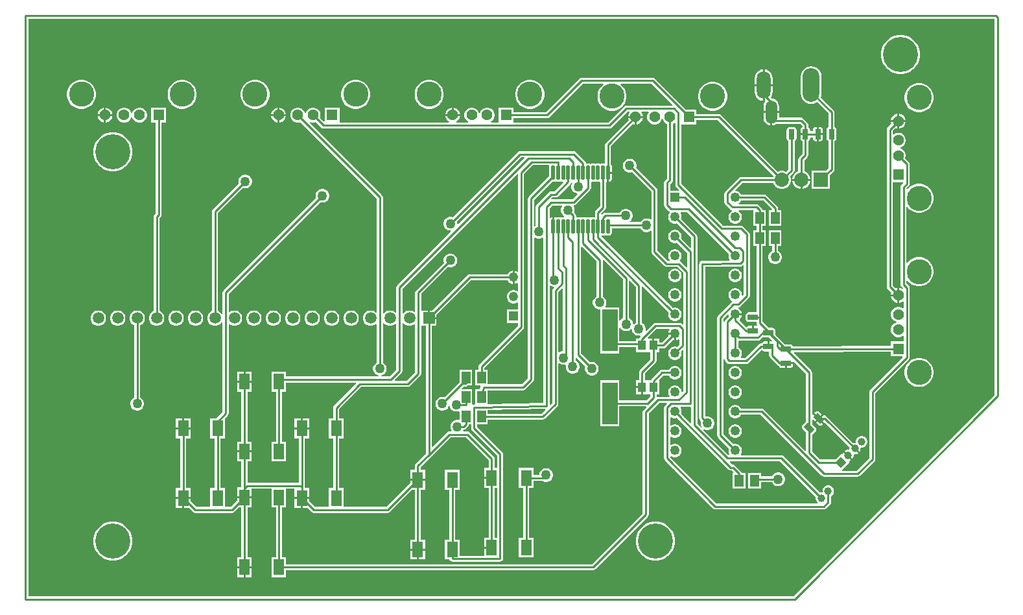
<source format=gtl>
G04*
G04 #@! TF.GenerationSoftware,Altium Limited,Altium Designer,22.1.2 (22)*
G04*
G04 Layer_Physical_Order=1*
G04 Layer_Color=255*
%FSLAX25Y25*%
%MOIN*%
G70*
G04*
G04 #@! TF.SameCoordinates,2374D94A-E5D5-4E5D-BBDB-F5A8C7ADDA7F*
G04*
G04*
G04 #@! TF.FilePolarity,Positive*
G04*
G01*
G75*
%ADD15C,0.01000*%
%ADD16R,0.04500X0.06000*%
G04:AMPARAMS|DCode=17|XSize=51.18mil|YSize=29.92mil|CornerRadius=3.74mil|HoleSize=0mil|Usage=FLASHONLY|Rotation=135.000|XOffset=0mil|YOffset=0mil|HoleType=Round|Shape=RoundedRectangle|*
%AMROUNDEDRECTD17*
21,1,0.05118,0.02244,0,0,135.0*
21,1,0.04370,0.02992,0,0,135.0*
1,1,0.00748,-0.00752,0.02339*
1,1,0.00748,0.02339,-0.00752*
1,1,0.00748,0.00752,-0.02339*
1,1,0.00748,-0.02339,0.00752*
%
%ADD17ROUNDEDRECTD17*%
%ADD18R,0.03937X0.05118*%
%ADD19R,0.07874X0.21654*%
%ADD20R,0.05512X0.08268*%
G04:AMPARAMS|DCode=21|XSize=51.18mil|YSize=29.92mil|CornerRadius=3.74mil|HoleSize=0mil|Usage=FLASHONLY|Rotation=90.000|XOffset=0mil|YOffset=0mil|HoleType=Round|Shape=RoundedRectangle|*
%AMROUNDEDRECTD21*
21,1,0.05118,0.02244,0,0,90.0*
21,1,0.04370,0.02992,0,0,90.0*
1,1,0.00748,0.01122,0.02185*
1,1,0.00748,0.01122,-0.02185*
1,1,0.00748,-0.01122,-0.02185*
1,1,0.00748,-0.01122,0.02185*
%
%ADD21ROUNDEDRECTD21*%
G04:AMPARAMS|DCode=22|XSize=74.8mil|YSize=18.9mil|CornerRadius=4.72mil|HoleSize=0mil|Usage=FLASHONLY|Rotation=90.000|XOffset=0mil|YOffset=0mil|HoleType=Round|Shape=RoundedRectangle|*
%AMROUNDEDRECTD22*
21,1,0.07480,0.00945,0,0,90.0*
21,1,0.06535,0.01890,0,0,90.0*
1,1,0.00945,0.00472,0.03268*
1,1,0.00945,0.00472,-0.03268*
1,1,0.00945,-0.00472,-0.03268*
1,1,0.00945,-0.00472,0.03268*
%
%ADD22ROUNDEDRECTD22*%
G04:AMPARAMS|DCode=23|XSize=51.18mil|YSize=29.92mil|CornerRadius=3.74mil|HoleSize=0mil|Usage=FLASHONLY|Rotation=180.000|XOffset=0mil|YOffset=0mil|HoleType=Round|Shape=RoundedRectangle|*
%AMROUNDEDRECTD23*
21,1,0.05118,0.02244,0,0,180.0*
21,1,0.04370,0.02992,0,0,180.0*
1,1,0.00748,-0.02185,0.01122*
1,1,0.00748,0.02185,0.01122*
1,1,0.00748,0.02185,-0.01122*
1,1,0.00748,-0.02185,-0.01122*
%
%ADD23ROUNDEDRECTD23*%
%ADD51C,0.18000*%
%ADD52O,0.08661X0.17323*%
%ADD53O,0.07087X0.14173*%
%ADD54O,0.05937X0.11874*%
%ADD55C,0.03937*%
%ADD56P,0.05568X4X90.0*%
%ADD57R,0.04921X0.04921*%
%ADD58C,0.04921*%
%ADD59C,0.05906*%
%ADD60R,0.05906X0.05906*%
%ADD61R,0.05622X0.05622*%
%ADD62C,0.05622*%
%ADD63C,0.12898*%
%ADD64R,0.05622X0.05622*%
%ADD65R,0.04795X0.04795*%
%ADD66C,0.04795*%
%ADD67R,0.07323X0.07323*%
%ADD68C,0.07323*%
%ADD69C,0.05000*%
G36*
X498471Y298366D02*
Y105133D01*
X394866Y1529D01*
X1529D01*
Y298471D01*
X498366D01*
X498471Y298366D01*
D02*
G37*
%LPC*%
G36*
X450985Y290000D02*
X449015D01*
X447083Y289616D01*
X445263Y288862D01*
X443625Y287768D01*
X442233Y286375D01*
X441138Y284737D01*
X440384Y282917D01*
X440000Y280985D01*
Y279015D01*
X440384Y277083D01*
X441138Y275263D01*
X442233Y273625D01*
X443625Y272233D01*
X445263Y271138D01*
X447083Y270384D01*
X449015Y270000D01*
X450985D01*
X452917Y270384D01*
X454737Y271138D01*
X456375Y272233D01*
X457767Y273625D01*
X458862Y275263D01*
X459616Y277083D01*
X460000Y279015D01*
Y280985D01*
X459616Y282917D01*
X458862Y284737D01*
X457767Y286375D01*
X456375Y287768D01*
X454737Y288862D01*
X452917Y289616D01*
X450985Y290000D01*
D02*
G37*
G36*
X380157Y272274D02*
Y264714D01*
X384240D01*
Y267757D01*
X384084Y268943D01*
X383626Y270048D01*
X382898Y270997D01*
X381949Y271726D01*
X380843Y272183D01*
X380157Y272274D01*
D02*
G37*
G36*
X379157D02*
X378471Y272183D01*
X377366Y271726D01*
X376417Y270997D01*
X375689Y270048D01*
X375231Y268943D01*
X375075Y267757D01*
Y264714D01*
X379157D01*
Y272274D01*
D02*
G37*
G36*
Y263714D02*
X375075D01*
Y260670D01*
X375231Y259484D01*
X375689Y258379D01*
X376417Y257430D01*
X377366Y256702D01*
X378471Y256244D01*
X379157Y256154D01*
Y263714D01*
D02*
G37*
G36*
X260100Y266949D02*
X258633D01*
X257193Y266663D01*
X255838Y266101D01*
X254618Y265286D01*
X253580Y264248D01*
X252765Y263028D01*
X252204Y261673D01*
X251917Y260234D01*
Y258766D01*
X252204Y257327D01*
X252765Y255972D01*
X253580Y254752D01*
X254618Y253714D01*
X255838Y252899D01*
X257193Y252337D01*
X258633Y252051D01*
X260100D01*
X261539Y252337D01*
X262895Y252899D01*
X264114Y253714D01*
X265152Y254752D01*
X265967Y255972D01*
X266529Y257327D01*
X266815Y258766D01*
Y260234D01*
X266529Y261673D01*
X265967Y263028D01*
X265152Y264248D01*
X264114Y265286D01*
X262895Y266101D01*
X261539Y266663D01*
X260100Y266949D01*
D02*
G37*
G36*
X208367D02*
X206900D01*
X205461Y266663D01*
X204105Y266101D01*
X202886Y265286D01*
X201848Y264248D01*
X201033Y263028D01*
X200471Y261673D01*
X200185Y260234D01*
Y258766D01*
X200471Y257327D01*
X201033Y255972D01*
X201848Y254752D01*
X202886Y253714D01*
X204105Y252899D01*
X205461Y252337D01*
X206900Y252051D01*
X208367D01*
X209806Y252337D01*
X211162Y252899D01*
X212382Y253714D01*
X213420Y254752D01*
X214235Y255972D01*
X214796Y257327D01*
X215083Y258766D01*
Y260234D01*
X214796Y261673D01*
X214235Y263028D01*
X213420Y264248D01*
X212382Y265286D01*
X211162Y266101D01*
X209806Y266663D01*
X208367Y266949D01*
D02*
G37*
G36*
X170600D02*
X169133D01*
X167693Y266663D01*
X166338Y266101D01*
X165118Y265286D01*
X164080Y264248D01*
X163265Y263028D01*
X162704Y261673D01*
X162417Y260234D01*
Y258766D01*
X162704Y257327D01*
X163265Y255972D01*
X164080Y254752D01*
X165118Y253714D01*
X166338Y252899D01*
X167693Y252337D01*
X169133Y252051D01*
X170600D01*
X172039Y252337D01*
X173395Y252899D01*
X174615Y253714D01*
X175652Y254752D01*
X176467Y255972D01*
X177029Y257327D01*
X177315Y258766D01*
Y260234D01*
X177029Y261673D01*
X176467Y263028D01*
X175652Y264248D01*
X174615Y265286D01*
X173395Y266101D01*
X172039Y266663D01*
X170600Y266949D01*
D02*
G37*
G36*
X118867D02*
X117400D01*
X115961Y266663D01*
X114605Y266101D01*
X113385Y265286D01*
X112348Y264248D01*
X111533Y263028D01*
X110971Y261673D01*
X110685Y260234D01*
Y258766D01*
X110971Y257327D01*
X111533Y255972D01*
X112348Y254752D01*
X113385Y253714D01*
X114605Y252899D01*
X115961Y252337D01*
X117400Y252051D01*
X118867D01*
X120307Y252337D01*
X121662Y252899D01*
X122882Y253714D01*
X123920Y254752D01*
X124735Y255972D01*
X125296Y257327D01*
X125583Y258766D01*
Y260234D01*
X125296Y261673D01*
X124735Y263028D01*
X123920Y264248D01*
X122882Y265286D01*
X121662Y266101D01*
X120307Y266663D01*
X118867Y266949D01*
D02*
G37*
G36*
X81337D02*
X79870D01*
X78431Y266663D01*
X77075Y266101D01*
X75855Y265286D01*
X74818Y264248D01*
X74002Y263028D01*
X73441Y261673D01*
X73155Y260234D01*
Y258766D01*
X73441Y257327D01*
X74002Y255972D01*
X74818Y254752D01*
X75855Y253714D01*
X77075Y252899D01*
X78431Y252337D01*
X79870Y252051D01*
X81337D01*
X82776Y252337D01*
X84132Y252899D01*
X85352Y253714D01*
X86389Y254752D01*
X87204Y255972D01*
X87766Y257327D01*
X88052Y258766D01*
Y260234D01*
X87766Y261673D01*
X87204Y263028D01*
X86389Y264248D01*
X85352Y265286D01*
X84132Y266101D01*
X82776Y266663D01*
X81337Y266949D01*
D02*
G37*
G36*
X29605D02*
X28138D01*
X26698Y266663D01*
X25343Y266101D01*
X24123Y265286D01*
X23085Y264248D01*
X22270Y263028D01*
X21709Y261673D01*
X21422Y260234D01*
Y258766D01*
X21709Y257327D01*
X22270Y255972D01*
X23085Y254752D01*
X24123Y253714D01*
X25343Y252899D01*
X26698Y252337D01*
X28138Y252051D01*
X29605D01*
X31044Y252337D01*
X32399Y252899D01*
X33619Y253714D01*
X34657Y254752D01*
X35472Y255972D01*
X36034Y257327D01*
X36320Y258766D01*
Y260234D01*
X36034Y261673D01*
X35472Y263028D01*
X34657Y264248D01*
X33619Y265286D01*
X32399Y266101D01*
X31044Y266663D01*
X29605Y266949D01*
D02*
G37*
G36*
X354100Y265949D02*
X352633D01*
X351193Y265663D01*
X349838Y265101D01*
X348618Y264286D01*
X347580Y263248D01*
X346765Y262028D01*
X346204Y260673D01*
X345917Y259234D01*
Y257766D01*
X346204Y256327D01*
X346765Y254972D01*
X347580Y253752D01*
X348618Y252714D01*
X349838Y251899D01*
X351193Y251337D01*
X352633Y251051D01*
X354100D01*
X355539Y251337D01*
X356894Y251899D01*
X358115Y252714D01*
X359152Y253752D01*
X359967Y254972D01*
X360529Y256327D01*
X360815Y257766D01*
Y259234D01*
X360529Y260673D01*
X359967Y262028D01*
X359152Y263248D01*
X358115Y264286D01*
X356894Y265101D01*
X355539Y265663D01*
X354100Y265949D01*
D02*
G37*
G36*
X384240Y263714D02*
X380157D01*
Y255979D01*
X380334Y255673D01*
X380128Y255404D01*
X379728Y254438D01*
X379592Y253402D01*
Y250934D01*
X383594D01*
X387597D01*
Y253402D01*
X387461Y254438D01*
X387061Y255404D01*
X386563Y256053D01*
Y256355D01*
X386265D01*
X385596Y256869D01*
X384630Y257269D01*
X383661Y257397D01*
X383214Y257843D01*
X383626Y258379D01*
X384084Y259484D01*
X384240Y260670D01*
Y263714D01*
D02*
G37*
G36*
X460234Y265315D02*
X458766D01*
X457327Y265029D01*
X455972Y264467D01*
X454752Y263652D01*
X453714Y262614D01*
X452899Y261395D01*
X452337Y260039D01*
X452051Y258600D01*
Y257133D01*
X452337Y255694D01*
X452899Y254338D01*
X453714Y253118D01*
X454752Y252080D01*
X455972Y251265D01*
X457327Y250704D01*
X458766Y250417D01*
X460234D01*
X461673Y250704D01*
X463028Y251265D01*
X464248Y252080D01*
X465286Y253118D01*
X466101Y254338D01*
X466663Y255694D01*
X466949Y257133D01*
Y258600D01*
X466663Y260039D01*
X466101Y261395D01*
X465286Y262614D01*
X464248Y263652D01*
X463028Y264467D01*
X461673Y265029D01*
X460234Y265315D01*
D02*
G37*
G36*
X322610Y268029D02*
X285900D01*
X285315Y267913D01*
X284819Y267581D01*
X267597Y250360D01*
X251091D01*
Y252642D01*
X243469D01*
Y245029D01*
X239475D01*
X239341Y245529D01*
X239777Y245781D01*
X240487Y246491D01*
X240988Y247360D01*
X241248Y248329D01*
Y249332D01*
X240988Y250302D01*
X240487Y251171D01*
X239777Y251880D01*
X238908Y252382D01*
X237939Y252642D01*
X236935D01*
X235966Y252382D01*
X235097Y251880D01*
X234387Y251171D01*
X233886Y250302D01*
X233759Y249828D01*
X233241D01*
X233114Y250302D01*
X232613Y251171D01*
X231903Y251880D01*
X231034Y252382D01*
X230065Y252642D01*
X229061D01*
X228092Y252382D01*
X227223Y251880D01*
X226513Y251171D01*
X226012Y250302D01*
X225752Y249332D01*
Y248329D01*
X226012Y247360D01*
X226513Y246491D01*
X227223Y245781D01*
X227659Y245529D01*
X227525Y245029D01*
X221758D01*
X221624Y245529D01*
X222060Y245781D01*
X222770Y246491D01*
X223272Y247360D01*
X223531Y248329D01*
Y248331D01*
X219720D01*
X215909D01*
Y248329D01*
X216169Y247360D01*
X216671Y246491D01*
X217380Y245781D01*
X217817Y245529D01*
X217683Y245029D01*
X161591D01*
Y252642D01*
X153969D01*
Y245669D01*
X153469Y245462D01*
X151506Y247425D01*
X151748Y248329D01*
Y249332D01*
X151488Y250302D01*
X150987Y251171D01*
X150277Y251880D01*
X149408Y252382D01*
X148439Y252642D01*
X147435D01*
X146466Y252382D01*
X145597Y251880D01*
X144887Y251171D01*
X144386Y250302D01*
X144259Y249828D01*
X143741D01*
X143614Y250302D01*
X143113Y251171D01*
X142403Y251880D01*
X141534Y252382D01*
X140565Y252642D01*
X139561D01*
X138592Y252382D01*
X137723Y251880D01*
X137013Y251171D01*
X136512Y250302D01*
X136252Y249332D01*
Y248329D01*
X136512Y247360D01*
X137013Y246491D01*
X137723Y245781D01*
X138592Y245280D01*
X139561Y245020D01*
X140565D01*
X141469Y245262D01*
X180771Y205960D01*
Y147527D01*
X180271Y147319D01*
X179927Y147663D01*
X179026Y148183D01*
X178020Y148453D01*
X176980D01*
X175974Y148183D01*
X175073Y147663D01*
X174337Y146927D01*
X173817Y146026D01*
X173547Y145020D01*
Y143980D01*
X173817Y142974D01*
X174337Y142073D01*
X175073Y141337D01*
X175974Y140817D01*
X176980Y140547D01*
X178020D01*
X179026Y140817D01*
X179927Y141337D01*
X180271Y141681D01*
X180771Y141473D01*
Y121659D01*
X180151Y121301D01*
X179499Y120649D01*
X179039Y119851D01*
X178800Y118961D01*
Y118039D01*
X179039Y117149D01*
X179499Y116351D01*
X180151Y115699D01*
X180949Y115238D01*
X181729Y115029D01*
X181664Y114529D01*
X134114D01*
Y116961D01*
X126602D01*
Y106693D01*
X128829D01*
Y81134D01*
X126602D01*
Y70866D01*
X134114D01*
Y81134D01*
X131888D01*
Y106693D01*
X134114D01*
Y111471D01*
X170054D01*
X170246Y111009D01*
X158777Y99540D01*
X158445Y99044D01*
X158329Y98458D01*
Y93047D01*
X156102D01*
Y82780D01*
X158329D01*
Y57221D01*
X156102D01*
Y47529D01*
X148862D01*
X145898Y50494D01*
Y51587D01*
X142642D01*
Y46953D01*
X145113D01*
X147147Y44919D01*
X147643Y44587D01*
X148228Y44471D01*
X186323D01*
X186908Y44587D01*
X187404Y44919D01*
X198812Y56327D01*
X200254D01*
Y30768D01*
X198028D01*
Y26134D01*
X201783D01*
X205539D01*
Y30768D01*
X203313D01*
Y56327D01*
X205539D01*
Y60961D01*
X201783D01*
X198028D01*
Y59868D01*
X185689Y47529D01*
X163614D01*
Y57221D01*
X161388D01*
Y82780D01*
X163614D01*
Y93047D01*
X161388D01*
Y97825D01*
X172733Y109171D01*
X196700D01*
X197285Y109287D01*
X197781Y109619D01*
X203081Y114919D01*
X203413Y115415D01*
X203529Y116000D01*
Y140055D01*
X203547Y140547D01*
X205971D01*
Y74834D01*
X200702Y69565D01*
X200370Y69069D01*
X200254Y68483D01*
Y66594D01*
X198028D01*
Y61961D01*
X201783D01*
X205539D01*
Y66594D01*
X203313D01*
Y67850D01*
X208581Y73119D01*
X218721Y83258D01*
X226679D01*
X238254Y71683D01*
Y67594D01*
X236028D01*
Y62961D01*
X239783D01*
Y61961D01*
X236028D01*
Y57327D01*
X238254D01*
Y31768D01*
X236028D01*
Y27134D01*
X239783D01*
Y26134D01*
X236028D01*
Y22429D01*
X223256D01*
Y30768D01*
X221029D01*
Y56327D01*
X223256D01*
Y66594D01*
X215744D01*
Y56327D01*
X217971D01*
Y30768D01*
X215744D01*
Y20500D01*
X218050D01*
X218087Y20315D01*
X218419Y19819D01*
X218915Y19487D01*
X219500Y19371D01*
X244100D01*
X244685Y19487D01*
X245181Y19819D01*
X245513Y20315D01*
X245629Y20900D01*
Y74600D01*
X245513Y75185D01*
X245181Y75681D01*
X232229Y88634D01*
Y89944D01*
X237750D01*
Y92371D01*
X266100D01*
X266685Y92487D01*
X267181Y92819D01*
X273581Y99219D01*
X273913Y99715D01*
X274029Y100300D01*
Y120959D01*
X274529Y121196D01*
X275149Y120838D01*
X276039Y120600D01*
X276961D01*
X277600Y120771D01*
X278012Y120380D01*
X277900Y119961D01*
Y119039D01*
X278138Y118149D01*
X278599Y117351D01*
X279251Y116699D01*
X280049Y116238D01*
X280939Y116000D01*
X281861D01*
X282751Y116238D01*
X283549Y116699D01*
X284201Y117351D01*
X284662Y118149D01*
X284900Y119039D01*
Y119961D01*
X284662Y120851D01*
X284201Y121649D01*
X283549Y122301D01*
X282929Y122659D01*
Y124101D01*
X283429Y124308D01*
X287985Y119752D01*
X287800Y119061D01*
Y118139D01*
X288038Y117249D01*
X288499Y116451D01*
X289151Y115799D01*
X289949Y115339D01*
X290839Y115100D01*
X291761D01*
X292651Y115339D01*
X293449Y115799D01*
X294101Y116451D01*
X294562Y117249D01*
X294800Y118139D01*
Y119061D01*
X294562Y119951D01*
X294101Y120749D01*
X293449Y121401D01*
X292651Y121862D01*
X291761Y122100D01*
X290839D01*
X290148Y121915D01*
X285750Y126313D01*
Y181034D01*
X286212Y181225D01*
X293771Y173667D01*
Y155658D01*
X293151Y155301D01*
X292499Y154649D01*
X292038Y153851D01*
X291800Y152961D01*
Y152039D01*
X292038Y151149D01*
X292499Y150351D01*
X293151Y149699D01*
X293949Y149239D01*
X294839Y149000D01*
X295563D01*
Y126374D01*
X305437D01*
Y129671D01*
X314079D01*
Y126941D01*
X321423D01*
Y123239D01*
X315966Y117781D01*
X315634Y117285D01*
X315518Y116700D01*
Y112559D01*
X314079D01*
Y109500D01*
X317047D01*
Y109000D01*
X317547D01*
Y105441D01*
X321423D01*
Y104286D01*
X319367Y102229D01*
X305437D01*
Y112626D01*
X295563D01*
Y88972D01*
X305437D01*
Y99171D01*
X319054D01*
X319246Y98709D01*
X317919Y97381D01*
X317587Y96885D01*
X317471Y96300D01*
Y44133D01*
X291453Y18116D01*
X134114D01*
Y21721D01*
X131888D01*
Y47280D01*
X134114D01*
Y56912D01*
X138386D01*
Y52587D01*
X142142D01*
X145898D01*
Y57221D01*
X143671D01*
Y57658D01*
Y82780D01*
X145898D01*
Y87413D01*
X142142D01*
X138386D01*
Y82780D01*
X140612D01*
Y59971D01*
X114171D01*
Y70866D01*
X116398D01*
Y75500D01*
X112642D01*
X108886D01*
Y70866D01*
X111112D01*
Y57547D01*
X108886D01*
Y52913D01*
X112642D01*
X116398D01*
Y56912D01*
X126602D01*
Y47280D01*
X128829D01*
Y21721D01*
X126602D01*
Y11453D01*
X134114D01*
Y15057D01*
X292087D01*
X292672Y15174D01*
X293168Y15505D01*
X320081Y42419D01*
X320413Y42915D01*
X320529Y43500D01*
Y95666D01*
X325834Y100971D01*
X329654D01*
X329846Y100509D01*
X328919Y99581D01*
X328587Y99085D01*
X328471Y98500D01*
Y72500D01*
X328587Y71915D01*
X328919Y71419D01*
X353719Y46619D01*
X354215Y46287D01*
X354800Y46171D01*
X410500D01*
X411085Y46287D01*
X411581Y46619D01*
X413881Y48919D01*
X414213Y49415D01*
X414329Y50000D01*
Y52991D01*
X414622Y53161D01*
X415175Y53713D01*
X415566Y54390D01*
X415768Y55145D01*
Y55927D01*
X415566Y56682D01*
X415175Y57359D01*
X414622Y57911D01*
X413946Y58302D01*
X413191Y58504D01*
X412409D01*
X411654Y58302D01*
X410977Y57911D01*
X410424Y57359D01*
X410034Y56682D01*
X409831Y55927D01*
Y55439D01*
X409703Y55097D01*
X409361Y54969D01*
X408873D01*
X408546Y54881D01*
X389846Y73581D01*
X389350Y73913D01*
X388765Y74029D01*
X368077D01*
X367858Y74529D01*
X368225Y75164D01*
X368461Y76044D01*
Y76956D01*
X368225Y77836D01*
X367769Y78625D01*
X367125Y79269D01*
X366336Y79725D01*
X365456Y79961D01*
X364544D01*
X363880Y79783D01*
X358829Y84834D01*
Y144167D01*
X361077Y146415D01*
X361539Y146223D01*
Y146044D01*
X361717Y145380D01*
X359919Y143581D01*
X359587Y143085D01*
X359471Y142500D01*
Y123500D01*
X359587Y122915D01*
X359919Y122419D01*
X360919Y121419D01*
X361415Y121087D01*
X362000Y120971D01*
X370743D01*
X371329Y121087D01*
X371825Y121419D01*
X378316Y127909D01*
X378813Y127860D01*
X378824Y127844D01*
X379279Y127540D01*
X379815Y127434D01*
X382471D01*
Y125457D01*
X382587Y124871D01*
X382919Y124375D01*
X386919Y120375D01*
X387415Y120044D01*
X387474Y120032D01*
X387521Y119798D01*
X387824Y119344D01*
X388279Y119040D01*
X388815Y118934D01*
X390500D01*
Y121457D01*
X391000D01*
Y121957D01*
X394586D01*
Y122048D01*
X395086Y122255D01*
X401465Y115876D01*
Y91466D01*
X401252Y91324D01*
X399665Y89737D01*
X399362Y89282D01*
X399255Y88746D01*
X399362Y88210D01*
X399665Y87756D01*
X401465Y85956D01*
Y76451D01*
X401003Y76260D01*
X379681Y97581D01*
X379185Y97913D01*
X378600Y98029D01*
X368113D01*
X367769Y98625D01*
X367125Y99269D01*
X366336Y99725D01*
X365456Y99961D01*
X364544D01*
X363664Y99725D01*
X362875Y99269D01*
X362231Y98625D01*
X361775Y97836D01*
X361539Y96956D01*
Y96044D01*
X361775Y95164D01*
X362231Y94375D01*
X362875Y93731D01*
X363664Y93275D01*
X364544Y93039D01*
X365456D01*
X366336Y93275D01*
X367125Y93731D01*
X367769Y94375D01*
X368113Y94971D01*
X377966D01*
X409419Y63519D01*
X409915Y63187D01*
X410500Y63071D01*
X428100D01*
X428685Y63187D01*
X429181Y63519D01*
X436581Y70919D01*
X436913Y71415D01*
X437029Y72000D01*
Y106067D01*
X454281Y123319D01*
X454613Y123815D01*
X454729Y124400D01*
Y160100D01*
X454613Y160685D01*
X454281Y161181D01*
X453029Y162434D01*
Y163781D01*
X453508Y163926D01*
X453714Y163618D01*
X454752Y162580D01*
X455972Y161765D01*
X457327Y161204D01*
X458766Y160917D01*
X460234D01*
X461673Y161204D01*
X463028Y161765D01*
X464248Y162580D01*
X465286Y163618D01*
X466101Y164838D01*
X466663Y166193D01*
X466949Y167633D01*
Y169100D01*
X466663Y170539D01*
X466101Y171895D01*
X465286Y173115D01*
X464248Y174152D01*
X463028Y174967D01*
X461673Y175529D01*
X460234Y175815D01*
X458766D01*
X457327Y175529D01*
X455972Y174967D01*
X454752Y174152D01*
X453714Y173115D01*
X453508Y172806D01*
X453029Y172951D01*
Y201549D01*
X453508Y201694D01*
X453714Y201385D01*
X454752Y200348D01*
X455972Y199533D01*
X457327Y198971D01*
X458766Y198685D01*
X460234D01*
X461673Y198971D01*
X463028Y199533D01*
X464248Y200348D01*
X465286Y201385D01*
X466101Y202606D01*
X466663Y203961D01*
X466949Y205400D01*
Y206867D01*
X466663Y208307D01*
X466101Y209662D01*
X465286Y210882D01*
X464248Y211920D01*
X463028Y212735D01*
X461673Y213296D01*
X460234Y213583D01*
X458766D01*
X457327Y213296D01*
X455972Y212735D01*
X454752Y211920D01*
X453714Y210882D01*
X453577Y210677D01*
X453087Y210827D01*
X453047Y211185D01*
X454281Y212419D01*
X454613Y212915D01*
X454729Y213500D01*
Y223694D01*
X454613Y224279D01*
X454281Y224775D01*
X452400Y226657D01*
X452642Y227561D01*
Y228565D01*
X452382Y229534D01*
X451880Y230403D01*
X451171Y231113D01*
X450302Y231614D01*
X449828Y231741D01*
Y232259D01*
X450302Y232386D01*
X451171Y232887D01*
X451880Y233597D01*
X452382Y234466D01*
X452642Y235435D01*
Y236439D01*
X452382Y237408D01*
X451880Y238277D01*
X451171Y238987D01*
X450302Y239488D01*
X449333Y239748D01*
X448329D01*
X447360Y239488D01*
X446529Y239009D01*
X446263Y239081D01*
X446029Y239178D01*
Y240815D01*
X447425Y242211D01*
X448329Y241969D01*
X448331D01*
Y245280D01*
X445020D01*
Y245278D01*
X445262Y244374D01*
X443419Y242530D01*
X443087Y242034D01*
X442971Y241449D01*
Y160610D01*
X443087Y160025D01*
X443419Y159529D01*
X445262Y157685D01*
X445020Y156781D01*
Y156780D01*
X448331D01*
Y160091D01*
X448329D01*
X447425Y159848D01*
X446029Y161244D01*
Y214409D01*
X451239D01*
X451446Y213909D01*
X450419Y212881D01*
X450087Y212385D01*
X449971Y211800D01*
Y161800D01*
X450087Y161215D01*
X450419Y160719D01*
X451312Y159825D01*
X451005Y159425D01*
X450302Y159831D01*
X449333Y160091D01*
X449331D01*
Y156280D01*
Y152469D01*
X449333D01*
X450302Y152728D01*
X451171Y153230D01*
X451209Y153268D01*
X451671Y153077D01*
Y149640D01*
X451209Y149449D01*
X451171Y149487D01*
X450302Y149988D01*
X449333Y150248D01*
X448329D01*
X447360Y149988D01*
X446491Y149487D01*
X445781Y148777D01*
X445280Y147908D01*
X445020Y146939D01*
Y145935D01*
X445280Y144966D01*
X445781Y144097D01*
X446491Y143387D01*
X447360Y142886D01*
X447833Y142759D01*
Y142241D01*
X447360Y142114D01*
X446491Y141613D01*
X445781Y140903D01*
X445280Y140034D01*
X445020Y139065D01*
Y138061D01*
X445280Y137092D01*
X445781Y136223D01*
X446491Y135513D01*
X447360Y135012D01*
X448329Y134752D01*
X449333D01*
X450302Y135012D01*
X451171Y135513D01*
X451209Y135551D01*
X451671Y135360D01*
Y132531D01*
X445020D01*
Y130250D01*
X420016D01*
X419431Y130133D01*
X419281Y130033D01*
X394505D01*
X394479Y130162D01*
X394176Y130617D01*
X393721Y130920D01*
X393185Y131027D01*
X390640D01*
X385586Y136081D01*
Y138126D01*
X385479Y138662D01*
X385176Y139117D01*
X384721Y139420D01*
X384185Y139527D01*
X382140D01*
X379029Y142638D01*
Y145004D01*
Y181500D01*
X380750D01*
Y189500D01*
X379029D01*
Y192000D01*
X380750D01*
Y200000D01*
X379029D01*
X378913Y200585D01*
X378581Y201081D01*
X377081Y202581D01*
X376585Y202913D01*
X376000Y203029D01*
X366910D01*
X366776Y203529D01*
X367125Y203731D01*
X367769Y204375D01*
X368113Y204971D01*
X379366D01*
X383837Y200500D01*
X383648Y200000D01*
X382250D01*
Y192000D01*
X388750D01*
Y200000D01*
X387029D01*
Y201000D01*
X386913Y201585D01*
X386581Y202081D01*
X381081Y207581D01*
X380585Y207913D01*
X380000Y208029D01*
X368113D01*
X367769Y208625D01*
X367125Y209269D01*
X366336Y209725D01*
X365456Y209961D01*
X365277D01*
X365086Y210423D01*
X368634Y213971D01*
X384584D01*
X384656Y213701D01*
X385270Y212638D01*
X386138Y211770D01*
X387201Y211156D01*
X388386Y210839D01*
X389614D01*
X390799Y211156D01*
X391862Y211770D01*
X392730Y212638D01*
X393344Y213701D01*
X393661Y214886D01*
Y216114D01*
X393344Y217299D01*
X393204Y217541D01*
X395038Y219375D01*
X395370Y219871D01*
X395486Y220457D01*
Y235495D01*
X395615Y235521D01*
X396069Y235824D01*
X396373Y236279D01*
X396480Y236815D01*
Y241185D01*
X396373Y241721D01*
X396069Y242176D01*
X395615Y242479D01*
X395079Y242586D01*
X392835D01*
X392298Y242479D01*
X391844Y242176D01*
X391540Y241721D01*
X391434Y241185D01*
Y236815D01*
X391540Y236279D01*
X391844Y235824D01*
X392298Y235521D01*
X392427Y235495D01*
Y221090D01*
X391041Y219704D01*
X390799Y219844D01*
X389614Y220161D01*
X388386D01*
X387201Y219844D01*
X386959Y219704D01*
X357751Y248912D01*
X357255Y249244D01*
X356669Y249360D01*
X345091D01*
Y251642D01*
X339632D01*
X323692Y267581D01*
X323196Y267913D01*
X322610Y268029D01*
D02*
G37*
G36*
X59176Y252642D02*
X58173D01*
X57203Y252382D01*
X56334Y251880D01*
X55625Y251171D01*
X55123Y250302D01*
X54996Y249828D01*
X54479D01*
X54352Y250302D01*
X53850Y251171D01*
X53140Y251880D01*
X52271Y252382D01*
X51302Y252642D01*
X50299D01*
X49329Y252382D01*
X48460Y251880D01*
X47751Y251171D01*
X47249Y250302D01*
X46989Y249332D01*
Y248329D01*
X47249Y247360D01*
X47751Y246491D01*
X48460Y245781D01*
X49329Y245280D01*
X50299Y245020D01*
X51302D01*
X52271Y245280D01*
X53140Y245781D01*
X53850Y246491D01*
X54352Y247360D01*
X54479Y247833D01*
X54996D01*
X55123Y247360D01*
X55625Y246491D01*
X56334Y245781D01*
X57203Y245280D01*
X58173Y245020D01*
X59176D01*
X60145Y245280D01*
X61014Y245781D01*
X61724Y246491D01*
X62226Y247360D01*
X62485Y248329D01*
Y249332D01*
X62226Y250302D01*
X61724Y251171D01*
X61014Y251880D01*
X60145Y252382D01*
X59176Y252642D01*
D02*
G37*
G36*
X220222D02*
X220220D01*
Y249331D01*
X223531D01*
Y249332D01*
X223272Y250302D01*
X222770Y251171D01*
X222060Y251880D01*
X221191Y252382D01*
X220222Y252642D01*
D02*
G37*
G36*
X130722D02*
X130720D01*
Y249331D01*
X134031D01*
Y249332D01*
X133772Y250302D01*
X133270Y251171D01*
X132560Y251880D01*
X131691Y252382D01*
X130722Y252642D01*
D02*
G37*
G36*
X41460D02*
X41458D01*
Y249331D01*
X44769D01*
Y249332D01*
X44509Y250302D01*
X44007Y251171D01*
X43298Y251880D01*
X42429Y252382D01*
X41460Y252642D01*
D02*
G37*
G36*
X219220D02*
X219219D01*
X218249Y252382D01*
X217380Y251880D01*
X216671Y251171D01*
X216169Y250302D01*
X215909Y249332D01*
Y249331D01*
X219220D01*
Y252642D01*
D02*
G37*
G36*
X129720D02*
X129719D01*
X128749Y252382D01*
X127880Y251880D01*
X127171Y251171D01*
X126669Y250302D01*
X126409Y249332D01*
Y249331D01*
X129720D01*
Y252642D01*
D02*
G37*
G36*
X40458D02*
X40456D01*
X39487Y252382D01*
X38618Y251880D01*
X37908Y251171D01*
X37407Y250302D01*
X37147Y249332D01*
Y249331D01*
X40458D01*
Y252642D01*
D02*
G37*
G36*
X449333Y249591D02*
X449331D01*
Y246280D01*
X452642D01*
Y246281D01*
X452382Y247251D01*
X451880Y248120D01*
X451171Y248829D01*
X450302Y249331D01*
X449333Y249591D01*
D02*
G37*
G36*
X448331D02*
X448329D01*
X447360Y249331D01*
X446491Y248829D01*
X445781Y248120D01*
X445280Y247251D01*
X445020Y246281D01*
Y246280D01*
X448331D01*
Y249591D01*
D02*
G37*
G36*
X134031Y248331D02*
X130720D01*
Y245020D01*
X130722D01*
X131691Y245280D01*
X132560Y245781D01*
X133270Y246491D01*
X133772Y247360D01*
X134031Y248329D01*
Y248331D01*
D02*
G37*
G36*
X129720D02*
X126409D01*
Y248329D01*
X126669Y247360D01*
X127171Y246491D01*
X127880Y245781D01*
X128749Y245280D01*
X129719Y245020D01*
X129720D01*
Y248331D01*
D02*
G37*
G36*
X44769D02*
X41458D01*
Y245020D01*
X41460D01*
X42429Y245280D01*
X43298Y245781D01*
X44007Y246491D01*
X44509Y247360D01*
X44769Y248329D01*
Y248331D01*
D02*
G37*
G36*
X40458D02*
X37147D01*
Y248329D01*
X37407Y247360D01*
X37908Y246491D01*
X38618Y245781D01*
X39487Y245280D01*
X40456Y245020D01*
X40458D01*
Y248331D01*
D02*
G37*
G36*
X383094Y249934D02*
X379592D01*
Y247465D01*
X379728Y246429D01*
X380128Y245464D01*
X380626Y244815D01*
Y244513D01*
X380924D01*
X381593Y243999D01*
X382558Y243599D01*
X383094Y243529D01*
Y249934D01*
D02*
G37*
G36*
X452642Y245280D02*
X449331D01*
Y241969D01*
X449333D01*
X450302Y242228D01*
X451171Y242730D01*
X451880Y243440D01*
X452382Y244309D01*
X452642Y245278D01*
Y245280D01*
D02*
G37*
G36*
X408622Y242586D02*
X408000D01*
Y239500D01*
X410023D01*
Y241185D01*
X409916Y241721D01*
X409613Y242176D01*
X409158Y242479D01*
X408622Y242586D01*
D02*
G37*
G36*
X410023Y238500D02*
X408000D01*
Y235414D01*
X408622D01*
X409158Y235521D01*
X409613Y235824D01*
X409916Y236279D01*
X410023Y236815D01*
Y238500D01*
D02*
G37*
G36*
X387597Y249934D02*
X384094D01*
Y243529D01*
X384630Y243599D01*
X385596Y243999D01*
X386210Y244471D01*
X398371D01*
X399475Y243367D01*
Y242505D01*
X399346Y242479D01*
X398891Y242176D01*
X398588Y241721D01*
X398481Y241185D01*
Y239500D01*
X401004D01*
Y238500D01*
X398481D01*
Y236815D01*
X398588Y236279D01*
X398891Y235824D01*
X399346Y235521D01*
X399475Y235495D01*
Y228837D01*
X397919Y227281D01*
X397587Y226785D01*
X397471Y226200D01*
Y219916D01*
X397201Y219844D01*
X396138Y219230D01*
X395270Y218362D01*
X394656Y217299D01*
X394339Y216114D01*
Y216000D01*
X399000D01*
X403661D01*
Y216114D01*
X403344Y217299D01*
X402730Y218362D01*
X401862Y219230D01*
X400799Y219844D01*
X400529Y219916D01*
Y225567D01*
X402085Y227123D01*
X402417Y227619D01*
X402533Y228204D01*
Y235495D01*
X402662Y235521D01*
X403117Y235824D01*
X403420Y236279D01*
X403527Y236815D01*
Y237471D01*
X404977D01*
Y236815D01*
X405084Y236279D01*
X405387Y235824D01*
X405842Y235521D01*
X406378Y235414D01*
X407000D01*
Y239000D01*
Y242586D01*
X406378D01*
X405842Y242479D01*
X405387Y242176D01*
X405084Y241721D01*
X404977Y241185D01*
Y240529D01*
X403527D01*
Y241185D01*
X403420Y241721D01*
X403117Y242176D01*
X402662Y242479D01*
X402533Y242505D01*
Y244000D01*
X402417Y244585D01*
X402085Y245081D01*
X400085Y247081D01*
X399589Y247413D01*
X399004Y247529D01*
X387597D01*
Y249934D01*
D02*
G37*
G36*
X45985Y240000D02*
X44015D01*
X42083Y239616D01*
X40263Y238862D01*
X38625Y237768D01*
X37233Y236375D01*
X36138Y234737D01*
X35384Y232917D01*
X35000Y230985D01*
Y229015D01*
X35384Y227083D01*
X36138Y225263D01*
X37233Y223625D01*
X38625Y222233D01*
X40263Y221138D01*
X42083Y220384D01*
X44015Y220000D01*
X45985D01*
X47917Y220384D01*
X49737Y221138D01*
X51375Y222233D01*
X52767Y223625D01*
X53862Y225263D01*
X54616Y227083D01*
X55000Y229015D01*
Y230985D01*
X54616Y232917D01*
X53862Y234737D01*
X52767Y236375D01*
X51375Y237768D01*
X49737Y238862D01*
X47917Y239616D01*
X45985Y240000D01*
D02*
G37*
G36*
X113461Y218200D02*
X112539D01*
X111649Y217962D01*
X110851Y217501D01*
X110199Y216849D01*
X109739Y216051D01*
X109500Y215161D01*
Y214239D01*
X109685Y213548D01*
X96419Y200281D01*
X96087Y199785D01*
X95971Y199200D01*
Y148181D01*
X95073Y147663D01*
X94337Y146927D01*
X93817Y146026D01*
X93547Y145020D01*
Y143980D01*
X93817Y142974D01*
X94337Y142073D01*
X95073Y141337D01*
X95974Y140817D01*
X96980Y140547D01*
X98020D01*
X99026Y140817D01*
X99927Y141337D01*
X100663Y142073D01*
X100971Y142606D01*
X101471Y142472D01*
Y96175D01*
X98343Y93047D01*
X95102D01*
Y82780D01*
X97329D01*
Y57221D01*
X95102D01*
Y47529D01*
X87862D01*
X84898Y50494D01*
Y51587D01*
X81642D01*
Y46953D01*
X84113D01*
X86147Y44919D01*
X86643Y44587D01*
X87228Y44471D01*
X106228D01*
X106814Y44587D01*
X107310Y44919D01*
X109671Y47280D01*
X111112D01*
Y21721D01*
X108886D01*
Y17087D01*
X112642D01*
X116398D01*
Y21721D01*
X114171D01*
Y47280D01*
X116398D01*
Y51913D01*
X112642D01*
X108886D01*
Y50820D01*
X105595Y47529D01*
X102614D01*
Y57221D01*
X100388D01*
Y82780D01*
X102614D01*
Y92993D01*
X104081Y94460D01*
X104413Y94956D01*
X104529Y95542D01*
Y141227D01*
X104991Y141419D01*
X105073Y141337D01*
X105974Y140817D01*
X106980Y140547D01*
X108020D01*
X109026Y140817D01*
X109927Y141337D01*
X110663Y142073D01*
X111183Y142974D01*
X111453Y143980D01*
Y145020D01*
X111183Y146026D01*
X110663Y146927D01*
X109927Y147663D01*
X109026Y148183D01*
X108020Y148453D01*
X106980D01*
X105974Y148183D01*
X105073Y147663D01*
X104991Y147581D01*
X104529Y147773D01*
Y157067D01*
X151548Y204085D01*
X152239Y203900D01*
X153161D01*
X154051Y204138D01*
X154849Y204599D01*
X155501Y205251D01*
X155962Y206049D01*
X156200Y206939D01*
Y207861D01*
X155962Y208751D01*
X155501Y209549D01*
X154849Y210201D01*
X154051Y210662D01*
X153161Y210900D01*
X152239D01*
X151349Y210662D01*
X150551Y210201D01*
X149899Y209549D01*
X149439Y208751D01*
X149200Y207861D01*
Y206939D01*
X149385Y206248D01*
X101919Y158781D01*
X101587Y158285D01*
X101471Y157700D01*
Y146528D01*
X100971Y146394D01*
X100663Y146927D01*
X99927Y147663D01*
X99029Y148181D01*
Y198566D01*
X111848Y211385D01*
X112539Y211200D01*
X113461D01*
X114351Y211438D01*
X115149Y211899D01*
X115801Y212551D01*
X116261Y213349D01*
X116500Y214239D01*
Y215161D01*
X116261Y216051D01*
X115801Y216849D01*
X115149Y217501D01*
X114351Y217962D01*
X113461Y218200D01*
D02*
G37*
G36*
X404067Y273921D02*
X402675Y273738D01*
X401379Y273201D01*
X400265Y272346D01*
X399411Y271233D01*
X398873Y269936D01*
X398690Y268544D01*
Y259883D01*
X398873Y258491D01*
X399411Y257194D01*
X400265Y256081D01*
X401379Y255226D01*
X402675Y254689D01*
X404067Y254506D01*
X405459Y254689D01*
X406755Y255226D01*
X407164Y255540D01*
X413018Y249686D01*
Y242505D01*
X412889Y242479D01*
X412435Y242176D01*
X412131Y241721D01*
X412024Y241185D01*
Y236815D01*
X412131Y236279D01*
X412435Y235824D01*
X412889Y235521D01*
X413018Y235495D01*
Y221681D01*
X411498Y220161D01*
X404339D01*
Y210839D01*
X413661D01*
Y217999D01*
X415629Y219966D01*
X415960Y220462D01*
X416077Y221047D01*
Y235495D01*
X416205Y235521D01*
X416660Y235824D01*
X416963Y236279D01*
X417070Y236815D01*
Y241185D01*
X416963Y241721D01*
X416660Y242176D01*
X416205Y242479D01*
X416077Y242505D01*
Y250320D01*
X415960Y250905D01*
X415629Y251401D01*
X409049Y257981D01*
X409261Y258491D01*
X409444Y259883D01*
Y268544D01*
X409261Y269936D01*
X408723Y271233D01*
X407869Y272346D01*
X406755Y273201D01*
X405459Y273738D01*
X404067Y273921D01*
D02*
G37*
G36*
X403661Y215000D02*
X399500D01*
Y210839D01*
X399614D01*
X400799Y211156D01*
X401862Y211770D01*
X402730Y212638D01*
X403344Y213701D01*
X403661Y214886D01*
Y215000D01*
D02*
G37*
G36*
X398500D02*
X394339D01*
Y214886D01*
X394656Y213701D01*
X395270Y212638D01*
X396138Y211770D01*
X397201Y211156D01*
X398386Y210839D01*
X398500D01*
Y215000D01*
D02*
G37*
G36*
X388750Y189500D02*
X382250D01*
Y181500D01*
X383971D01*
Y179059D01*
X383351Y178701D01*
X382699Y178049D01*
X382239Y177251D01*
X382000Y176361D01*
Y175439D01*
X382239Y174549D01*
X382699Y173751D01*
X383351Y173099D01*
X384149Y172638D01*
X385039Y172400D01*
X385961D01*
X386851Y172638D01*
X387649Y173099D01*
X388301Y173751D01*
X388761Y174549D01*
X389000Y175439D01*
Y176361D01*
X388761Y177251D01*
X388301Y178049D01*
X387649Y178701D01*
X387029Y179059D01*
Y181500D01*
X388750D01*
Y189500D01*
D02*
G37*
G36*
X448331Y155780D02*
X445020D01*
Y155778D01*
X445280Y154809D01*
X445781Y153940D01*
X446491Y153230D01*
X447360Y152728D01*
X448329Y152469D01*
X448331D01*
Y155780D01*
D02*
G37*
G36*
X168020Y148453D02*
X166980D01*
X165974Y148183D01*
X165073Y147663D01*
X164337Y146927D01*
X163817Y146026D01*
X163547Y145020D01*
Y143980D01*
X163817Y142974D01*
X164337Y142073D01*
X165073Y141337D01*
X165974Y140817D01*
X166980Y140547D01*
X168020D01*
X169026Y140817D01*
X169927Y141337D01*
X170663Y142073D01*
X171183Y142974D01*
X171453Y143980D01*
Y145020D01*
X171183Y146026D01*
X170663Y146927D01*
X169927Y147663D01*
X169026Y148183D01*
X168020Y148453D01*
D02*
G37*
G36*
X158020D02*
X156980D01*
X155974Y148183D01*
X155073Y147663D01*
X154337Y146927D01*
X153817Y146026D01*
X153547Y145020D01*
Y143980D01*
X153817Y142974D01*
X154337Y142073D01*
X155073Y141337D01*
X155974Y140817D01*
X156980Y140547D01*
X158020D01*
X159026Y140817D01*
X159927Y141337D01*
X160663Y142073D01*
X161183Y142974D01*
X161453Y143980D01*
Y145020D01*
X161183Y146026D01*
X160663Y146927D01*
X159927Y147663D01*
X159026Y148183D01*
X158020Y148453D01*
D02*
G37*
G36*
X148020D02*
X146980D01*
X145974Y148183D01*
X145073Y147663D01*
X144337Y146927D01*
X143817Y146026D01*
X143547Y145020D01*
Y143980D01*
X143817Y142974D01*
X144337Y142073D01*
X145073Y141337D01*
X145974Y140817D01*
X146980Y140547D01*
X148020D01*
X149026Y140817D01*
X149927Y141337D01*
X150663Y142073D01*
X151183Y142974D01*
X151453Y143980D01*
Y145020D01*
X151183Y146026D01*
X150663Y146927D01*
X149927Y147663D01*
X149026Y148183D01*
X148020Y148453D01*
D02*
G37*
G36*
X138020D02*
X136980D01*
X135974Y148183D01*
X135073Y147663D01*
X134337Y146927D01*
X133817Y146026D01*
X133547Y145020D01*
Y143980D01*
X133817Y142974D01*
X134337Y142073D01*
X135073Y141337D01*
X135974Y140817D01*
X136980Y140547D01*
X138020D01*
X139026Y140817D01*
X139927Y141337D01*
X140663Y142073D01*
X141183Y142974D01*
X141453Y143980D01*
Y145020D01*
X141183Y146026D01*
X140663Y146927D01*
X139927Y147663D01*
X139026Y148183D01*
X138020Y148453D01*
D02*
G37*
G36*
X128020D02*
X126980D01*
X125974Y148183D01*
X125073Y147663D01*
X124337Y146927D01*
X123817Y146026D01*
X123547Y145020D01*
Y143980D01*
X123817Y142974D01*
X124337Y142073D01*
X125073Y141337D01*
X125974Y140817D01*
X126980Y140547D01*
X128020D01*
X129026Y140817D01*
X129927Y141337D01*
X130663Y142073D01*
X131183Y142974D01*
X131453Y143980D01*
Y145020D01*
X131183Y146026D01*
X130663Y146927D01*
X129927Y147663D01*
X129026Y148183D01*
X128020Y148453D01*
D02*
G37*
G36*
X118020D02*
X116980D01*
X115974Y148183D01*
X115073Y147663D01*
X114337Y146927D01*
X113817Y146026D01*
X113547Y145020D01*
Y143980D01*
X113817Y142974D01*
X114337Y142073D01*
X115073Y141337D01*
X115974Y140817D01*
X116980Y140547D01*
X118020D01*
X119026Y140817D01*
X119927Y141337D01*
X120663Y142073D01*
X121183Y142974D01*
X121453Y143980D01*
Y145020D01*
X121183Y146026D01*
X120663Y146927D01*
X119927Y147663D01*
X119026Y148183D01*
X118020Y148453D01*
D02*
G37*
G36*
X88020D02*
X86980D01*
X85974Y148183D01*
X85073Y147663D01*
X84337Y146927D01*
X83817Y146026D01*
X83547Y145020D01*
Y143980D01*
X83817Y142974D01*
X84337Y142073D01*
X85073Y141337D01*
X85974Y140817D01*
X86980Y140547D01*
X88020D01*
X89026Y140817D01*
X89927Y141337D01*
X90663Y142073D01*
X91183Y142974D01*
X91453Y143980D01*
Y145020D01*
X91183Y146026D01*
X90663Y146927D01*
X89927Y147663D01*
X89026Y148183D01*
X88020Y148453D01*
D02*
G37*
G36*
X78020D02*
X76980D01*
X75974Y148183D01*
X75073Y147663D01*
X74337Y146927D01*
X73817Y146026D01*
X73547Y145020D01*
Y143980D01*
X73817Y142974D01*
X74337Y142073D01*
X75073Y141337D01*
X75974Y140817D01*
X76980Y140547D01*
X78020D01*
X79026Y140817D01*
X79927Y141337D01*
X80663Y142073D01*
X81183Y142974D01*
X81453Y143980D01*
Y145020D01*
X81183Y146026D01*
X80663Y146927D01*
X79927Y147663D01*
X79026Y148183D01*
X78020Y148453D01*
D02*
G37*
G36*
X72328Y252642D02*
X64706D01*
Y245020D01*
X66987D01*
Y198250D01*
X66419Y197681D01*
X66087Y197185D01*
X65971Y196600D01*
Y148181D01*
X65073Y147663D01*
X64337Y146927D01*
X63817Y146026D01*
X63547Y145020D01*
Y143980D01*
X63817Y142974D01*
X64337Y142073D01*
X65073Y141337D01*
X65974Y140817D01*
X66980Y140547D01*
X68020D01*
X69026Y140817D01*
X69927Y141337D01*
X70663Y142073D01*
X71183Y142974D01*
X71453Y143980D01*
Y145020D01*
X71183Y146026D01*
X70663Y146927D01*
X69927Y147663D01*
X69029Y148181D01*
Y195966D01*
X69598Y196535D01*
X69930Y197031D01*
X70046Y197617D01*
Y245020D01*
X72328D01*
Y252642D01*
D02*
G37*
G36*
X48020Y148453D02*
X46980D01*
X45974Y148183D01*
X45073Y147663D01*
X44337Y146927D01*
X43817Y146026D01*
X43547Y145020D01*
Y143980D01*
X43817Y142974D01*
X44337Y142073D01*
X45073Y141337D01*
X45974Y140817D01*
X46980Y140547D01*
X48020D01*
X49026Y140817D01*
X49927Y141337D01*
X50663Y142073D01*
X51183Y142974D01*
X51453Y143980D01*
Y145020D01*
X51183Y146026D01*
X50663Y146927D01*
X49927Y147663D01*
X49026Y148183D01*
X48020Y148453D01*
D02*
G37*
G36*
X38020D02*
X36980D01*
X35974Y148183D01*
X35073Y147663D01*
X34337Y146927D01*
X33817Y146026D01*
X33547Y145020D01*
Y143980D01*
X33817Y142974D01*
X34337Y142073D01*
X35073Y141337D01*
X35974Y140817D01*
X36980Y140547D01*
X38020D01*
X39026Y140817D01*
X39927Y141337D01*
X40663Y142073D01*
X41183Y142974D01*
X41453Y143980D01*
Y145020D01*
X41183Y146026D01*
X40663Y146927D01*
X39927Y147663D01*
X39026Y148183D01*
X38020Y148453D01*
D02*
G37*
G36*
X394586Y120957D02*
X391500D01*
Y118934D01*
X393185D01*
X393721Y119040D01*
X394176Y119344D01*
X394479Y119798D01*
X394586Y120335D01*
Y120957D01*
D02*
G37*
G36*
X365456Y119961D02*
X364544D01*
X363664Y119725D01*
X362875Y119269D01*
X362231Y118625D01*
X361775Y117836D01*
X361539Y116956D01*
Y116044D01*
X361775Y115164D01*
X362231Y114375D01*
X362875Y113731D01*
X363664Y113275D01*
X364544Y113039D01*
X365456D01*
X366336Y113275D01*
X367125Y113731D01*
X367769Y114375D01*
X368225Y115164D01*
X368461Y116044D01*
Y116956D01*
X368225Y117836D01*
X367769Y118625D01*
X367125Y119269D01*
X366336Y119725D01*
X365456Y119961D01*
D02*
G37*
G36*
X116398Y116961D02*
X113142D01*
Y112327D01*
X116398D01*
Y116961D01*
D02*
G37*
G36*
X112142D02*
X108886D01*
Y112327D01*
X112142D01*
Y116961D01*
D02*
G37*
G36*
X460234Y124083D02*
X458766D01*
X457327Y123796D01*
X455972Y123235D01*
X454752Y122420D01*
X453714Y121382D01*
X452899Y120162D01*
X452337Y118807D01*
X452051Y117367D01*
Y115900D01*
X452337Y114461D01*
X452899Y113105D01*
X453714Y111885D01*
X454752Y110848D01*
X455972Y110033D01*
X457327Y109471D01*
X458766Y109185D01*
X460234D01*
X461673Y109471D01*
X463028Y110033D01*
X464248Y110848D01*
X465286Y111885D01*
X466101Y113105D01*
X466663Y114461D01*
X466949Y115900D01*
Y117367D01*
X466663Y118807D01*
X466101Y120162D01*
X465286Y121382D01*
X464248Y122420D01*
X463028Y123235D01*
X461673Y123796D01*
X460234Y124083D01*
D02*
G37*
G36*
X316547Y108500D02*
X314079D01*
Y105441D01*
X316547D01*
Y108500D01*
D02*
G37*
G36*
X365456Y109961D02*
X364544D01*
X363664Y109725D01*
X362875Y109269D01*
X362231Y108625D01*
X361775Y107836D01*
X361539Y106956D01*
Y106044D01*
X361775Y105164D01*
X362231Y104375D01*
X362875Y103731D01*
X363664Y103275D01*
X364544Y103039D01*
X365456D01*
X366336Y103275D01*
X367125Y103731D01*
X367769Y104375D01*
X368225Y105164D01*
X368461Y106044D01*
Y106956D01*
X368225Y107836D01*
X367769Y108625D01*
X367125Y109269D01*
X366336Y109725D01*
X365456Y109961D01*
D02*
G37*
G36*
X58020Y148453D02*
X56980D01*
X55974Y148183D01*
X55073Y147663D01*
X54337Y146927D01*
X53817Y146026D01*
X53547Y145020D01*
Y143980D01*
X53817Y142974D01*
X54337Y142073D01*
X55073Y141337D01*
X55971Y140819D01*
Y103759D01*
X55351Y103401D01*
X54699Y102749D01*
X54238Y101951D01*
X54000Y101061D01*
Y100139D01*
X54238Y99249D01*
X54699Y98451D01*
X55351Y97799D01*
X56149Y97338D01*
X57039Y97100D01*
X57961D01*
X58851Y97338D01*
X59649Y97799D01*
X60301Y98451D01*
X60761Y99249D01*
X61000Y100139D01*
Y101061D01*
X60761Y101951D01*
X60301Y102749D01*
X59649Y103401D01*
X59029Y103759D01*
Y140819D01*
X59927Y141337D01*
X60663Y142073D01*
X61183Y142974D01*
X61453Y143980D01*
Y145020D01*
X61183Y146026D01*
X60663Y146927D01*
X59927Y147663D01*
X59026Y148183D01*
X58020Y148453D01*
D02*
G37*
G36*
X145898Y93047D02*
X142642D01*
Y88413D01*
X145898D01*
Y93047D01*
D02*
G37*
G36*
X84898D02*
X81642D01*
Y88413D01*
X84898D01*
Y93047D01*
D02*
G37*
G36*
X141642D02*
X138386D01*
Y88413D01*
X141642D01*
Y93047D01*
D02*
G37*
G36*
X80642D02*
X77386D01*
Y88413D01*
X80642D01*
Y93047D01*
D02*
G37*
G36*
X365456Y89961D02*
X364544D01*
X363664Y89725D01*
X362875Y89269D01*
X362231Y88625D01*
X361775Y87836D01*
X361539Y86956D01*
Y86044D01*
X361775Y85164D01*
X362231Y84375D01*
X362875Y83731D01*
X363664Y83275D01*
X364544Y83039D01*
X365456D01*
X366336Y83275D01*
X367125Y83731D01*
X367769Y84375D01*
X368225Y85164D01*
X368461Y86044D01*
Y86956D01*
X368225Y87836D01*
X367769Y88625D01*
X367125Y89269D01*
X366336Y89725D01*
X365456Y89961D01*
D02*
G37*
G36*
X116398Y111327D02*
X112642D01*
X108886D01*
Y106693D01*
X111112D01*
Y81134D01*
X108886D01*
Y76500D01*
X112642D01*
X116398D01*
Y81134D01*
X114171D01*
Y106693D01*
X116398D01*
Y111327D01*
D02*
G37*
G36*
X261256Y67594D02*
X253744D01*
Y57327D01*
X255971D01*
Y31768D01*
X253744D01*
Y21500D01*
X261256D01*
Y31768D01*
X259029D01*
Y57327D01*
X261256D01*
Y60931D01*
X265842D01*
X266349Y60638D01*
X267239Y60400D01*
X268161D01*
X269051Y60638D01*
X269849Y61099D01*
X270501Y61751D01*
X270961Y62549D01*
X271200Y63439D01*
Y64361D01*
X270961Y65251D01*
X270501Y66049D01*
X269849Y66701D01*
X269051Y67162D01*
X268161Y67400D01*
X267239D01*
X266349Y67162D01*
X265551Y66701D01*
X264899Y66049D01*
X264439Y65251D01*
X264200Y64361D01*
Y63990D01*
X261256D01*
Y67594D01*
D02*
G37*
G36*
X84898Y87413D02*
X81142D01*
X77386D01*
Y82780D01*
X79612D01*
Y57221D01*
X77386D01*
Y52587D01*
X81142D01*
X84898D01*
Y57221D01*
X82671D01*
Y82780D01*
X84898D01*
Y87413D01*
D02*
G37*
G36*
X141642Y51587D02*
X138386D01*
Y46953D01*
X141642D01*
Y51587D01*
D02*
G37*
G36*
X80642D02*
X77386D01*
Y46953D01*
X80642D01*
Y51587D01*
D02*
G37*
G36*
X205539Y25134D02*
X202283D01*
Y20500D01*
X205539D01*
Y25134D01*
D02*
G37*
G36*
X201283D02*
X198028D01*
Y20500D01*
X201283D01*
Y25134D01*
D02*
G37*
G36*
X324985Y40000D02*
X323015D01*
X321083Y39616D01*
X319263Y38862D01*
X317625Y37767D01*
X316232Y36375D01*
X315138Y34737D01*
X314384Y32917D01*
X314000Y30985D01*
Y29015D01*
X314384Y27083D01*
X315138Y25263D01*
X316232Y23625D01*
X317625Y22232D01*
X319263Y21138D01*
X321083Y20384D01*
X323015Y20000D01*
X324985D01*
X326917Y20384D01*
X328737Y21138D01*
X330375Y22232D01*
X331768Y23625D01*
X332862Y25263D01*
X333616Y27083D01*
X334000Y29015D01*
Y30985D01*
X333616Y32917D01*
X332862Y34737D01*
X331768Y36375D01*
X330375Y37767D01*
X328737Y38862D01*
X326917Y39616D01*
X324985Y40000D01*
D02*
G37*
G36*
X45985D02*
X44015D01*
X42083Y39616D01*
X40263Y38862D01*
X38625Y37767D01*
X37233Y36375D01*
X36138Y34737D01*
X35384Y32917D01*
X35000Y30985D01*
Y29015D01*
X35384Y27083D01*
X36138Y25263D01*
X37233Y23625D01*
X38625Y22232D01*
X40263Y21138D01*
X42083Y20384D01*
X44015Y20000D01*
X45985D01*
X47917Y20384D01*
X49737Y21138D01*
X51375Y22232D01*
X52767Y23625D01*
X53862Y25263D01*
X54616Y27083D01*
X55000Y29015D01*
Y30985D01*
X54616Y32917D01*
X53862Y34737D01*
X52767Y36375D01*
X51375Y37767D01*
X49737Y38862D01*
X47917Y39616D01*
X45985Y40000D01*
D02*
G37*
G36*
X116398Y16087D02*
X113142D01*
Y11453D01*
X116398D01*
Y16087D01*
D02*
G37*
G36*
X112142D02*
X108886D01*
Y11453D01*
X112142D01*
Y16087D01*
D02*
G37*
%LPD*%
G36*
X332756Y254191D02*
X332565Y253729D01*
X309000D01*
X308415Y253613D01*
X307919Y253281D01*
X299667Y245029D01*
X251091D01*
Y247301D01*
X268231D01*
X268816Y247418D01*
X269312Y247749D01*
X286533Y264971D01*
X297049D01*
X297194Y264492D01*
X296885Y264286D01*
X295848Y263248D01*
X295033Y262028D01*
X294471Y260673D01*
X294185Y259234D01*
Y257766D01*
X294471Y256327D01*
X295033Y254972D01*
X295848Y253752D01*
X296885Y252714D01*
X298106Y251899D01*
X299461Y251337D01*
X300900Y251051D01*
X302367D01*
X303806Y251337D01*
X305162Y251899D01*
X306382Y252714D01*
X307420Y253752D01*
X308235Y254972D01*
X308796Y256327D01*
X309083Y257766D01*
Y259234D01*
X308796Y260673D01*
X308235Y262028D01*
X307420Y263248D01*
X306382Y264286D01*
X306073Y264492D01*
X306219Y264971D01*
X321977D01*
X332756Y254191D01*
D02*
G37*
G36*
X320551Y250209D02*
X320513Y250171D01*
X320012Y249302D01*
X319752Y248333D01*
Y247329D01*
X320012Y246360D01*
X320513Y245491D01*
X321223Y244781D01*
X322092Y244280D01*
X323061Y244020D01*
X324065D01*
X325034Y244280D01*
X325903Y244781D01*
X326613Y245491D01*
X327114Y246360D01*
X327241Y246833D01*
X327759D01*
X327886Y246360D01*
X328387Y245491D01*
X329097Y244781D01*
X329908Y244313D01*
Y216171D01*
X328919Y215181D01*
X328587Y214685D01*
X328471Y214100D01*
Y202500D01*
X328587Y201915D01*
X328919Y201419D01*
X330919Y199419D01*
X331158Y199259D01*
X331254Y198648D01*
X331231Y198625D01*
X330775Y197836D01*
X330539Y196956D01*
Y196044D01*
X330775Y195164D01*
X331231Y194375D01*
X331875Y193731D01*
X332664Y193275D01*
X333544Y193039D01*
X334456D01*
X335120Y193217D01*
X342431Y185906D01*
Y180885D01*
X341969Y180693D01*
X337283Y185380D01*
X337461Y186044D01*
Y186956D01*
X337225Y187836D01*
X336769Y188625D01*
X336125Y189269D01*
X335336Y189725D01*
X334456Y189961D01*
X333544D01*
X332664Y189725D01*
X331875Y189269D01*
X331231Y188625D01*
X330775Y187836D01*
X330539Y186956D01*
Y186044D01*
X330775Y185164D01*
X331231Y184375D01*
X331875Y183731D01*
X332664Y183275D01*
X333544Y183039D01*
X334456D01*
X335120Y183217D01*
X340431Y177906D01*
Y170785D01*
X339969Y170593D01*
X337081Y173481D01*
X336782Y173681D01*
X336663Y174269D01*
X336769Y174375D01*
X337225Y175164D01*
X337461Y176044D01*
Y176956D01*
X337225Y177836D01*
X336769Y178625D01*
X336125Y179269D01*
X335336Y179725D01*
X334456Y179961D01*
X333544D01*
X332664Y179725D01*
X331875Y179269D01*
X331231Y178625D01*
X330775Y177836D01*
X330539Y176956D01*
Y176044D01*
X330775Y175164D01*
X331200Y174429D01*
X331069Y173985D01*
X331046Y173929D01*
X330434D01*
X324929Y179434D01*
Y210200D01*
X324813Y210785D01*
X324481Y211281D01*
X314015Y221748D01*
X314200Y222439D01*
Y223361D01*
X313962Y224251D01*
X313501Y225049D01*
X312849Y225701D01*
X312051Y226162D01*
X311161Y226400D01*
X310239D01*
X309349Y226162D01*
X308551Y225701D01*
X307899Y225049D01*
X307438Y224251D01*
X307200Y223361D01*
Y222439D01*
X307438Y221549D01*
X307899Y220751D01*
X308551Y220099D01*
X309349Y219638D01*
X310239Y219400D01*
X311161D01*
X311852Y219585D01*
X321871Y209566D01*
Y195440D01*
X321371Y195204D01*
X320751Y195562D01*
X319861Y195800D01*
X318939D01*
X318049Y195562D01*
X317251Y195101D01*
X316599Y194449D01*
X316242Y193829D01*
X310862D01*
X310728Y194329D01*
X310849Y194399D01*
X311501Y195051D01*
X311962Y195849D01*
X312200Y196739D01*
Y197661D01*
X311962Y198551D01*
X311501Y199349D01*
X310849Y200001D01*
X310051Y200462D01*
X309161Y200700D01*
X308239D01*
X307349Y200462D01*
X306551Y200001D01*
X305899Y199349D01*
X305541Y198729D01*
X298216D01*
X297631Y198613D01*
X297134Y198281D01*
X296622Y197769D01*
X296103Y197957D01*
X296068Y198248D01*
X298097Y200278D01*
X298429Y200774D01*
X298545Y201359D01*
Y214247D01*
X298932Y214564D01*
X299075Y214536D01*
Y219299D01*
X299575D01*
Y219799D01*
X301549D01*
Y222567D01*
X301434Y223141D01*
X301109Y223628D01*
X301104Y223632D01*
Y233052D01*
X312315Y244262D01*
X313219Y244020D01*
X313220D01*
Y247331D01*
X309909D01*
Y247329D01*
X310152Y246425D01*
X298493Y234767D01*
X298162Y234271D01*
X298045Y233685D01*
Y224352D01*
X297659Y224034D01*
X297488Y224068D01*
X296543D01*
X295969Y223954D01*
X295736Y223798D01*
X295504Y223954D01*
X294929Y224068D01*
X293984D01*
X293410Y223954D01*
X293177Y223798D01*
X292945Y223954D01*
X292370Y224068D01*
X291425D01*
X290851Y223954D01*
X290618Y223798D01*
X290386Y223954D01*
X289811Y224068D01*
X288866D01*
X288351Y223966D01*
X288309Y224000D01*
X288193Y224585D01*
X287861Y225081D01*
X283061Y229881D01*
X282565Y230213D01*
X281980Y230329D01*
X254400D01*
X253815Y230213D01*
X253319Y229881D01*
X219752Y196315D01*
X219061Y196500D01*
X218139D01*
X217249Y196262D01*
X216451Y195801D01*
X215799Y195149D01*
X215338Y194351D01*
X215100Y193461D01*
Y192539D01*
X215338Y191649D01*
X215799Y190851D01*
X216451Y190199D01*
X217249Y189739D01*
X218139Y189500D01*
X218551D01*
X218759Y189000D01*
X191219Y161460D01*
X190887Y160964D01*
X190771Y160379D01*
Y147527D01*
X190271Y147319D01*
X189927Y147663D01*
X189026Y148183D01*
X188020Y148453D01*
X186980D01*
X185974Y148183D01*
X185073Y147663D01*
X184337Y146927D01*
X184312Y146884D01*
X183829Y147014D01*
Y206594D01*
X183713Y207179D01*
X183381Y207675D01*
X146202Y244854D01*
X146466Y245280D01*
X147435Y245020D01*
X148439D01*
X149343Y245262D01*
X152186Y242419D01*
X152682Y242087D01*
X153268Y241971D01*
X300300D01*
X300885Y242087D01*
X301381Y242419D01*
X309633Y250671D01*
X310517D01*
X310709Y250209D01*
X310671Y250171D01*
X310169Y249302D01*
X309909Y248333D01*
Y248331D01*
X313720D01*
X317531D01*
Y248333D01*
X317272Y249302D01*
X316770Y250171D01*
X316732Y250209D01*
X316923Y250671D01*
X320360D01*
X320551Y250209D01*
D02*
G37*
G36*
X293410Y214645D02*
X293984Y214530D01*
X294929D01*
X295100Y214564D01*
X295486Y214247D01*
Y201993D01*
X293375Y199881D01*
X293044Y199385D01*
X292927Y198800D01*
Y196753D01*
X292541Y196436D01*
X292370Y196470D01*
X291425D01*
X290851Y196355D01*
X290618Y196200D01*
X290386Y196355D01*
X289811Y196470D01*
X288866D01*
X288292Y196355D01*
X288059Y196200D01*
X287827Y196355D01*
X287252Y196470D01*
X286307D01*
X285733Y196355D01*
X285500Y196200D01*
X285267Y196355D01*
X284693Y196470D01*
X283748D01*
X283577Y196436D01*
X283191Y196753D01*
Y197200D01*
X283074Y197785D01*
X282743Y198281D01*
X282276Y198748D01*
X282461Y199439D01*
Y200361D01*
X282223Y201251D01*
X281807Y201971D01*
X281880Y202242D01*
X282030Y202488D01*
X282526Y202587D01*
X283022Y202919D01*
X290420Y210316D01*
X290752Y210812D01*
X290868Y211398D01*
Y214247D01*
X291254Y214564D01*
X291425Y214530D01*
X292370D01*
X292945Y214645D01*
X293177Y214800D01*
X293410Y214645D01*
D02*
G37*
G36*
X275496D02*
X276071Y214530D01*
X276314D01*
X276505Y214068D01*
X272101Y209664D01*
X270370D01*
X269784Y209548D01*
X269288Y209216D01*
X262919Y202847D01*
X262587Y202350D01*
X262471Y201765D01*
Y192059D01*
X262029Y191804D01*
X261529Y192041D01*
Y205249D01*
X270834Y214554D01*
X270953Y214530D01*
X271898D01*
X272472Y214645D01*
X272705Y214800D01*
X272937Y214645D01*
X273512Y214530D01*
X274457D01*
X275031Y214645D01*
X275264Y214800D01*
X275496Y214645D01*
D02*
G37*
G36*
X334271Y244621D02*
Y212900D01*
X334387Y212315D01*
X334719Y211819D01*
X336115Y210423D01*
X335923Y209961D01*
X331529D01*
Y213467D01*
X332518Y214456D01*
X332850Y214952D01*
X332966Y215537D01*
Y244313D01*
X333777Y244781D01*
X333809Y244813D01*
X334271Y244621D01*
D02*
G37*
G36*
X281228Y213916D02*
X280959Y213451D01*
X280720Y212561D01*
Y211639D01*
X280959Y210749D01*
X281420Y209951D01*
X282071Y209299D01*
X282870Y208839D01*
X283690Y208619D01*
X283935Y208157D01*
X281308Y205529D01*
X270634D01*
X270427Y206029D01*
X271003Y206605D01*
X272735D01*
X273320Y206722D01*
X273816Y207053D01*
X280184Y213421D01*
X280515Y213917D01*
X280551Y214097D01*
X281041Y214370D01*
X281228Y213916D01*
D02*
G37*
G36*
X276115Y201971D02*
X275700Y201251D01*
X275461Y200361D01*
Y199439D01*
X275700Y198549D01*
X276161Y197751D01*
X276812Y197099D01*
X277069Y196951D01*
X277059Y196862D01*
X276903Y196470D01*
X276071D01*
X275496Y196355D01*
X275264Y196200D01*
X275031Y196355D01*
X274457Y196470D01*
X273512D01*
X272937Y196355D01*
X272705Y196200D01*
X272472Y196355D01*
X271925Y196464D01*
Y191701D01*
X270925D01*
Y196464D01*
X270378Y196355D01*
X270029Y196122D01*
X269580Y196300D01*
X269529Y196344D01*
Y201066D01*
X270934Y202471D01*
X275951D01*
X276115Y201971D01*
D02*
G37*
G36*
X256567Y226809D02*
X222600Y192841D01*
X222100Y193049D01*
Y193461D01*
X221915Y194152D01*
X255033Y227271D01*
X256376D01*
X256567Y226809D01*
D02*
G37*
G36*
X316599Y190151D02*
X317251Y189499D01*
X318049Y189039D01*
X318939Y188800D01*
X319861D01*
X320751Y189039D01*
X321371Y189396D01*
X321871Y189160D01*
Y178800D01*
X321987Y178215D01*
X322319Y177719D01*
X328719Y171319D01*
X329215Y170987D01*
X329800Y170871D01*
X335367D01*
X338431Y167806D01*
Y141346D01*
X337969Y141154D01*
X337542Y141581D01*
X337046Y141913D01*
X336461Y142029D01*
X323900D01*
X323315Y141913D01*
X322819Y141581D01*
X319286Y138049D01*
X318838Y138308D01*
X318900Y138539D01*
Y139461D01*
X318661Y140351D01*
X318201Y141149D01*
X317549Y141801D01*
X316929Y142158D01*
Y160701D01*
X317429Y160908D01*
X330717Y147620D01*
X330539Y146956D01*
Y146044D01*
X330775Y145164D01*
X331231Y144375D01*
X331875Y143731D01*
X332664Y143275D01*
X333544Y143039D01*
X334456D01*
X335336Y143275D01*
X336125Y143731D01*
X336769Y144375D01*
X337225Y145164D01*
X337461Y146044D01*
Y146956D01*
X337225Y147836D01*
X336769Y148625D01*
X336125Y149269D01*
X335336Y149725D01*
X334456Y149961D01*
X333544D01*
X332880Y149783D01*
X296166Y186497D01*
X296412Y186958D01*
X296543Y186932D01*
X297488D01*
X298063Y187046D01*
X298295Y187201D01*
X298528Y187046D01*
X299102Y186932D01*
X300047D01*
X300622Y187046D01*
X301109Y187372D01*
X301434Y187859D01*
X301549Y188433D01*
Y190771D01*
X316242D01*
X316599Y190151D01*
D02*
G37*
G36*
X253371Y218579D02*
Y168607D01*
X252871Y168343D01*
X252311Y168666D01*
X251500Y168884D01*
Y165500D01*
Y162117D01*
X252311Y162334D01*
X252871Y162657D01*
X253371Y162393D01*
Y158607D01*
X252871Y158343D01*
X252311Y158666D01*
X251447Y158898D01*
X250553D01*
X249689Y158666D01*
X248914Y158219D01*
X248281Y157586D01*
X247834Y156811D01*
X247602Y155947D01*
Y155053D01*
X247834Y154189D01*
X248281Y153414D01*
X248914Y152781D01*
X249689Y152334D01*
X250553Y152102D01*
X251447D01*
X252311Y152334D01*
X252871Y152657D01*
X253371Y152393D01*
Y148898D01*
X247602D01*
Y142102D01*
X253371D01*
Y140633D01*
X233419Y120681D01*
X233087Y120185D01*
X232971Y119600D01*
Y118056D01*
X231250D01*
Y110056D01*
X233781D01*
X233914Y109939D01*
X234082Y109596D01*
X234081Y109556D01*
X234058Y109438D01*
X234000Y109300D01*
X233740Y108000D01*
X231250D01*
Y100142D01*
X230667Y100129D01*
X230392Y100068D01*
X230250Y100040D01*
X229843Y100272D01*
X229750Y100376D01*
Y108000D01*
X224616D01*
X224425Y108462D01*
X225433Y109471D01*
X226500D01*
X227085Y109587D01*
X227581Y109919D01*
X227673Y110056D01*
X229750D01*
Y118056D01*
X223250D01*
Y111613D01*
X215552Y103915D01*
X214861Y104100D01*
X213939D01*
X213049Y103861D01*
X212251Y103401D01*
X211599Y102749D01*
X211139Y101951D01*
X210900Y101061D01*
Y100139D01*
X211139Y99249D01*
X211599Y98451D01*
X212251Y97799D01*
X213049Y97338D01*
X213939Y97100D01*
X214861D01*
X215751Y97338D01*
X216549Y97799D01*
X217201Y98451D01*
X217660Y99247D01*
X217667Y99249D01*
X218178Y99247D01*
X218338Y98649D01*
X218799Y97851D01*
X219451Y97199D01*
X220249Y96738D01*
X221139Y96500D01*
X222061D01*
X222750Y96685D01*
X223250Y96386D01*
Y92526D01*
X222853Y92222D01*
X222561Y92300D01*
X221639D01*
X220749Y92062D01*
X219951Y91601D01*
X219299Y90949D01*
X218839Y90151D01*
X218600Y89261D01*
Y88339D01*
X218839Y87449D01*
X219203Y86817D01*
X218976Y86317D01*
X218088D01*
X217502Y86201D01*
X217006Y85869D01*
X209491Y78354D01*
X209029Y78546D01*
Y140547D01*
X211453D01*
Y144000D01*
X207500D01*
Y144500D01*
X207000D01*
Y148453D01*
X203547D01*
X203529Y148945D01*
Y156966D01*
X217448Y170885D01*
X218139Y170700D01*
X219061D01*
X219951Y170939D01*
X220749Y171399D01*
X221401Y172051D01*
X221862Y172849D01*
X222100Y173739D01*
Y174661D01*
X221862Y175551D01*
X221401Y176349D01*
X220749Y177001D01*
X219951Y177462D01*
X219061Y177700D01*
X218139D01*
X217249Y177462D01*
X216451Y177001D01*
X215799Y176349D01*
X215338Y175551D01*
X215100Y174661D01*
Y173739D01*
X215285Y173048D01*
X200919Y158681D01*
X200587Y158185D01*
X200471Y157600D01*
Y147773D01*
X200009Y147581D01*
X199927Y147663D01*
X199026Y148183D01*
X198020Y148453D01*
X196980D01*
X195974Y148183D01*
X195073Y147663D01*
X194337Y146927D01*
X194312Y146884D01*
X193829Y147014D01*
Y159745D01*
X252871Y218786D01*
X253371Y218579D01*
D02*
G37*
G36*
X369431Y171654D02*
Y156594D01*
X368961Y156123D01*
X368461Y156331D01*
Y156956D01*
X368225Y157836D01*
X367769Y158625D01*
X367125Y159269D01*
X366336Y159725D01*
X365456Y159961D01*
X364544D01*
X363664Y159725D01*
X362875Y159269D01*
X362231Y158625D01*
X361775Y157836D01*
X361539Y156956D01*
Y156044D01*
X361775Y155164D01*
X362231Y154375D01*
X362875Y153731D01*
X363410Y153422D01*
X363413Y153152D01*
X363358Y152875D01*
X362919Y152581D01*
X356219Y145881D01*
X355887Y145385D01*
X355771Y144800D01*
Y84200D01*
X355887Y83615D01*
X356219Y83119D01*
X361717Y77620D01*
X361539Y76956D01*
Y76044D01*
X361775Y75164D01*
X362009Y74760D01*
X361760Y74240D01*
X361464Y74199D01*
X348544Y87119D01*
X348851Y87519D01*
X349337Y87239D01*
X350227Y87000D01*
X351149D01*
X352039Y87239D01*
X352837Y87699D01*
X353489Y88351D01*
X353949Y89149D01*
X354188Y90039D01*
Y90961D01*
X353949Y91851D01*
X353489Y92649D01*
X352837Y93301D01*
X352039Y93761D01*
X351149Y94000D01*
X350227D01*
X350029Y93947D01*
X349529Y94331D01*
Y170918D01*
X367508Y171010D01*
X367797Y171069D01*
X368085Y171126D01*
X368089Y171128D01*
X368092Y171129D01*
X368337Y171294D01*
X368581Y171458D01*
X368969Y171846D01*
X369431Y171654D01*
D02*
G37*
G36*
X307371Y164438D02*
Y144559D01*
X306751Y144201D01*
X306099Y143549D01*
X305937Y143268D01*
X305437Y143402D01*
Y150028D01*
X298438D01*
X298203Y150528D01*
X298562Y151149D01*
X298800Y152039D01*
Y152961D01*
X298562Y153851D01*
X298101Y154649D01*
X297449Y155301D01*
X296829Y155658D01*
Y174272D01*
X296893Y174329D01*
X297297Y174511D01*
X307371Y164438D01*
D02*
G37*
G36*
X313871Y160766D02*
Y142158D01*
X313251Y141801D01*
X312900Y141450D01*
X312400Y141657D01*
Y141861D01*
X312161Y142751D01*
X311701Y143549D01*
X311049Y144201D01*
X310429Y144559D01*
Y163554D01*
X310891Y163746D01*
X313871Y160766D01*
D02*
G37*
G36*
X384796Y217541D02*
X384656Y217299D01*
X384584Y217029D01*
X368000D01*
X367415Y216913D01*
X366919Y216581D01*
X359919Y209581D01*
X359587Y209085D01*
X359471Y208500D01*
Y204000D01*
X359587Y203415D01*
X359919Y202919D01*
X362419Y200419D01*
X362915Y200087D01*
X363195Y200031D01*
X363282Y199504D01*
X362875Y199269D01*
X362231Y198625D01*
X361775Y197836D01*
X361539Y196956D01*
Y196044D01*
X361775Y195164D01*
X362231Y194375D01*
X362875Y193731D01*
X363664Y193275D01*
X364544Y193039D01*
X365456D01*
X366336Y193275D01*
X367125Y193731D01*
X367769Y194375D01*
X368225Y195164D01*
X368461Y196044D01*
Y196956D01*
X368225Y197836D01*
X367769Y198625D01*
X367125Y199269D01*
X366776Y199471D01*
X366910Y199971D01*
X374250D01*
Y192000D01*
X375971D01*
Y189500D01*
X374250D01*
Y181500D01*
X375971D01*
Y147527D01*
X371815D01*
X371279Y147420D01*
X370824Y147117D01*
X370521Y146662D01*
X370414Y146126D01*
Y143882D01*
X370521Y143346D01*
X370824Y142891D01*
X371279Y142588D01*
X371815Y142481D01*
X375971D01*
Y142004D01*
X376087Y141419D01*
X376403Y140946D01*
X376376Y140842D01*
X376230Y140565D01*
X376154Y140480D01*
X374500D01*
Y137957D01*
X373500D01*
Y140480D01*
X371815D01*
X371279Y140373D01*
X370824Y140069D01*
X370575Y140045D01*
X367311Y143308D01*
X367360Y143966D01*
X367769Y144375D01*
X368225Y145164D01*
X368449Y146000D01*
X365000D01*
Y147000D01*
X368449D01*
X368225Y147836D01*
X367769Y148625D01*
X367125Y149269D01*
X366718Y149504D01*
X366805Y150031D01*
X367085Y150087D01*
X367581Y150419D01*
X372042Y154879D01*
X372374Y155376D01*
X372490Y155961D01*
Y187639D01*
X372374Y188224D01*
X372042Y188721D01*
X369081Y191681D01*
X368585Y192013D01*
X368000Y192129D01*
X358734D01*
X337329Y213533D01*
Y243577D01*
X337469Y244020D01*
X345091D01*
Y246301D01*
X356036D01*
X384796Y217541D01*
D02*
G37*
G36*
X331142Y138471D02*
X330775Y137836D01*
X330551Y137000D01*
X334000D01*
Y136500D01*
X334500D01*
Y133051D01*
X335336Y133275D01*
X335931Y133619D01*
X336431Y133371D01*
Y131094D01*
X335120Y129783D01*
X334456Y129961D01*
X333544D01*
X332664Y129725D01*
X331875Y129269D01*
X331231Y128625D01*
X330775Y127836D01*
X330539Y126956D01*
Y126044D01*
X330775Y125164D01*
X331231Y124375D01*
X331875Y123731D01*
X332664Y123275D01*
X333544Y123039D01*
X334456D01*
X335336Y123275D01*
X336125Y123731D01*
X336769Y124375D01*
X337225Y125164D01*
X337461Y126044D01*
Y126956D01*
X337283Y127620D01*
X337969Y128307D01*
X338431Y128115D01*
Y107094D01*
X337923Y106585D01*
X337461Y106777D01*
Y106956D01*
X337225Y107836D01*
X336769Y108625D01*
X336125Y109269D01*
X335336Y109725D01*
X334456Y109961D01*
X333544D01*
X332664Y109725D01*
X331875Y109269D01*
X331231Y108625D01*
X330775Y107836D01*
X330539Y106956D01*
Y106044D01*
X330775Y105164D01*
X331142Y104529D01*
X330923Y104029D01*
X325200D01*
X324982Y103986D01*
X324519Y104309D01*
X324482Y104380D01*
Y105441D01*
X325921D01*
Y112559D01*
X325921Y112559D01*
X325921D01*
X326104Y112989D01*
X328086Y114971D01*
X330887D01*
X331231Y114375D01*
X331875Y113731D01*
X332664Y113275D01*
X333544Y113039D01*
X334456D01*
X335336Y113275D01*
X336125Y113731D01*
X336769Y114375D01*
X337225Y115164D01*
X337461Y116044D01*
Y116956D01*
X337225Y117836D01*
X336769Y118625D01*
X336125Y119269D01*
X335336Y119725D01*
X334456Y119961D01*
X333544D01*
X332664Y119725D01*
X331875Y119269D01*
X331231Y118625D01*
X330887Y118029D01*
X327453D01*
X326868Y117913D01*
X326371Y117581D01*
X321871Y113081D01*
X321540Y112585D01*
X321535Y112559D01*
X318577D01*
Y116067D01*
X324034Y121524D01*
X324366Y122020D01*
X324482Y122606D01*
Y126941D01*
X325921D01*
Y128971D01*
X328000D01*
X328585Y129087D01*
X329081Y129419D01*
X332880Y133217D01*
X333500Y133051D01*
Y136000D01*
X330551D01*
X330717Y135380D01*
X327366Y132029D01*
X325921D01*
Y134059D01*
X323453D01*
Y130500D01*
X322453D01*
Y134059D01*
X320275D01*
X320084Y134521D01*
X324534Y138971D01*
X330923D01*
X331142Y138471D01*
D02*
G37*
G36*
X379279Y134588D02*
X379815Y134481D01*
X382360D01*
X383861Y132980D01*
X383654Y132480D01*
X382500D01*
Y129957D01*
X381500D01*
Y132480D01*
X379815D01*
X379279Y132373D01*
X378824Y132069D01*
X378521Y131615D01*
X378495Y131486D01*
X378200D01*
X377615Y131370D01*
X377119Y131038D01*
X370110Y124029D01*
X368077D01*
X367858Y124529D01*
X368225Y125164D01*
X368461Y126044D01*
Y126956D01*
X368225Y127836D01*
X367769Y128625D01*
X367125Y129269D01*
X366529Y129613D01*
Y132670D01*
X366916Y132987D01*
X367000Y132971D01*
X376696D01*
X377281Y133087D01*
X377777Y133419D01*
X379080Y134721D01*
X379279Y134588D01*
D02*
G37*
G36*
X306099Y139251D02*
X306751Y138599D01*
X307549Y138138D01*
X308439Y137900D01*
X309361D01*
X310251Y138138D01*
X311049Y138599D01*
X311400Y138950D01*
X311900Y138743D01*
Y138539D01*
X312139Y137649D01*
X312599Y136851D01*
X313251Y136199D01*
X314049Y135739D01*
X314939Y135500D01*
X315861D01*
X316092Y135562D01*
X316351Y135114D01*
X315966Y134729D01*
X315634Y134232D01*
X315600Y134059D01*
X314079D01*
Y132729D01*
X305437D01*
Y139398D01*
X305937Y139532D01*
X306099Y139251D01*
D02*
G37*
G36*
X276471Y159795D02*
Y127600D01*
X276039D01*
X275149Y127362D01*
X274529Y127004D01*
X274029Y127241D01*
Y158007D01*
X276009Y159987D01*
X276471Y159795D01*
D02*
G37*
G36*
X184337Y142073D02*
X185073Y141337D01*
X185974Y140817D01*
X186980Y140547D01*
X188020D01*
X189026Y140817D01*
X189927Y141337D01*
X190271Y141681D01*
X190771Y141473D01*
Y117933D01*
X187366Y114529D01*
X182936D01*
X182870Y115029D01*
X183651Y115238D01*
X184449Y115699D01*
X185101Y116351D01*
X185562Y117149D01*
X185800Y118039D01*
Y118961D01*
X185562Y119851D01*
X185101Y120649D01*
X184449Y121301D01*
X183829Y121659D01*
Y141986D01*
X184312Y142116D01*
X184337Y142073D01*
D02*
G37*
G36*
X194337D02*
X195073Y141337D01*
X195974Y140817D01*
X196980Y140547D01*
X198020D01*
X199026Y140817D01*
X199927Y141337D01*
X200009Y141419D01*
X200471Y141227D01*
Y116633D01*
X196066Y112229D01*
X190046D01*
X189854Y112691D01*
X193381Y116219D01*
X193713Y116715D01*
X193829Y117300D01*
Y141986D01*
X194312Y142116D01*
X194337Y142073D01*
D02*
G37*
G36*
X269472Y222671D02*
X269451Y222567D01*
Y217497D01*
X258919Y206964D01*
X258587Y206468D01*
X258471Y205883D01*
Y113634D01*
X255366Y110529D01*
X237750D01*
Y118056D01*
X236029D01*
Y118966D01*
X255981Y138919D01*
X256313Y139415D01*
X256429Y140000D01*
Y218566D01*
X261034Y223171D01*
X269062D01*
X269472Y222671D01*
D02*
G37*
G36*
X262649Y185638D02*
X263539Y185400D01*
X264461D01*
X265351Y185638D01*
X265971Y185996D01*
X266471Y185759D01*
Y100897D01*
X238107Y100289D01*
X237750Y100638D01*
Y107471D01*
X256000D01*
X256585Y107587D01*
X257081Y107919D01*
X261081Y111919D01*
X261413Y112415D01*
X261529Y113000D01*
Y185759D01*
X262029Y185996D01*
X262649Y185638D01*
D02*
G37*
G36*
X270649Y160838D02*
X271539Y160600D01*
X271643D01*
X271834Y160138D01*
X271419Y159722D01*
X271087Y159226D01*
X270971Y158641D01*
Y100934D01*
X269991Y99954D01*
X269529Y100146D01*
Y160959D01*
X270029Y161196D01*
X270649Y160838D01*
D02*
G37*
G36*
X267431Y97394D02*
X265466Y95429D01*
X237750D01*
Y97221D01*
X267235Y97854D01*
X267431Y97394D01*
D02*
G37*
G36*
X445020Y124909D02*
X450893D01*
X451085Y124447D01*
X434419Y107781D01*
X434087Y107285D01*
X433971Y106700D01*
Y72633D01*
X427466Y66129D01*
X420035D01*
X419828Y66629D01*
X423627Y70429D01*
X423531Y70525D01*
X423680Y71083D01*
X424110Y71198D01*
X424689Y71532D01*
X422611Y73611D01*
X420533Y75689D01*
X420198Y75110D01*
X420083Y74680D01*
X419525Y74531D01*
X419429Y74627D01*
X416760Y71958D01*
X408634D01*
X404524Y76068D01*
Y84523D01*
X404737Y84666D01*
X406324Y86252D01*
X406627Y86707D01*
X406734Y87243D01*
X406627Y87779D01*
X406324Y88234D01*
X404524Y90033D01*
Y92156D01*
X405024Y92363D01*
X405840Y91547D01*
X407270Y92978D01*
X405088Y95160D01*
X405024Y95095D01*
X404524Y95302D01*
Y116509D01*
X404408Y117095D01*
X404076Y117591D01*
X395154Y126513D01*
X395346Y126975D01*
X419800D01*
X420385Y127091D01*
X420535Y127191D01*
X445020D01*
Y124909D01*
D02*
G37*
G36*
X342431Y98682D02*
Y90885D01*
X341969Y90693D01*
X337283Y95380D01*
X337461Y96044D01*
Y96956D01*
X337225Y97836D01*
X336858Y98471D01*
X337077Y98971D01*
X341900D01*
X342045Y98999D01*
X342431Y98682D01*
D02*
G37*
G36*
X361717Y177620D02*
X361539Y176956D01*
Y176044D01*
X361775Y175164D01*
X362135Y174541D01*
X361909Y174040D01*
X347992Y173969D01*
X347704Y173910D01*
X347415Y173852D01*
X347411Y173850D01*
X347408Y173849D01*
X347163Y173684D01*
X346919Y173521D01*
X346916Y173517D01*
X346913Y173515D01*
X346751Y173269D01*
X346587Y173024D01*
X346586Y173021D01*
X346584Y173017D01*
X346528Y172728D01*
X346471Y172439D01*
Y93188D01*
X346587Y92603D01*
X346919Y92107D01*
X347373Y91652D01*
X347188Y90961D01*
Y90039D01*
X347427Y89149D01*
X347707Y88663D01*
X347307Y88356D01*
X345490Y90173D01*
Y186539D01*
X345374Y187125D01*
X345042Y187621D01*
X337283Y195380D01*
X337461Y196044D01*
Y196956D01*
X337225Y197836D01*
X336858Y198471D01*
X337077Y198971D01*
X340367D01*
X361717Y177620D01*
D02*
G37*
G36*
X332664Y93275D02*
X333544Y93039D01*
X334456D01*
X335120Y93217D01*
X361719Y66619D01*
X362215Y66287D01*
X362800Y66171D01*
X363367D01*
X364075Y65462D01*
X363884Y65000D01*
X363750D01*
Y57000D01*
X370250D01*
Y65000D01*
X368470D01*
X368413Y65285D01*
X368081Y65781D01*
X365081Y68781D01*
X364585Y69113D01*
X364000Y69229D01*
X363434D01*
X362154Y70509D01*
X362346Y70971D01*
X388131D01*
X406383Y52718D01*
X406296Y52391D01*
Y51610D01*
X406498Y50855D01*
X406889Y50178D01*
X407337Y49729D01*
X407209Y49295D01*
X407163Y49229D01*
X355434D01*
X331699Y72964D01*
X331740Y73260D01*
X332260Y73509D01*
X332664Y73275D01*
X333544Y73039D01*
X334456D01*
X335336Y73275D01*
X336125Y73731D01*
X336769Y74375D01*
X337225Y75164D01*
X337461Y76044D01*
Y76956D01*
X337225Y77836D01*
X336769Y78625D01*
X336125Y79269D01*
X335336Y79725D01*
X334456Y79961D01*
X333544D01*
X332664Y79725D01*
X332029Y79358D01*
X331529Y79577D01*
Y83423D01*
X332029Y83642D01*
X332664Y83275D01*
X333544Y83039D01*
X334456D01*
X335336Y83275D01*
X336125Y83731D01*
X336769Y84375D01*
X337225Y85164D01*
X337461Y86044D01*
Y86956D01*
X337225Y87836D01*
X336769Y88625D01*
X336125Y89269D01*
X335336Y89725D01*
X334456Y89961D01*
X333544D01*
X332664Y89725D01*
X332029Y89358D01*
X331529Y89577D01*
Y93423D01*
X332029Y93642D01*
X332664Y93275D01*
D02*
G37*
G36*
X229171Y88000D02*
X229287Y87415D01*
X229619Y86919D01*
X242571Y73966D01*
Y67594D01*
X241313D01*
Y72317D01*
X241196Y72902D01*
X240865Y73398D01*
X228394Y85869D01*
X227898Y86201D01*
X227312Y86317D01*
X225224D01*
X224997Y86817D01*
X225258Y87271D01*
X225300D01*
X225885Y87387D01*
X226381Y87719D01*
X227581Y88919D01*
X227913Y89415D01*
X228018Y89944D01*
X229171D01*
Y88000D01*
D02*
G37*
G36*
X242571Y31768D02*
X241313D01*
Y57327D01*
X242571D01*
Y31768D01*
D02*
G37*
%LPC*%
G36*
X317531Y247331D02*
X314220D01*
Y244020D01*
X314222D01*
X315191Y244280D01*
X316060Y244781D01*
X316770Y245491D01*
X317272Y246360D01*
X317531Y247329D01*
Y247331D01*
D02*
G37*
G36*
X301549Y218799D02*
X300075D01*
Y214536D01*
X300622Y214645D01*
X301109Y214970D01*
X301434Y215457D01*
X301549Y216032D01*
Y218799D01*
D02*
G37*
G36*
X334456Y169961D02*
X333544D01*
X332664Y169725D01*
X331875Y169269D01*
X331231Y168625D01*
X330775Y167836D01*
X330539Y166956D01*
Y166044D01*
X330775Y165164D01*
X331231Y164375D01*
X331875Y163731D01*
X332664Y163275D01*
X333544Y163039D01*
X334456D01*
X335336Y163275D01*
X336125Y163731D01*
X336769Y164375D01*
X337225Y165164D01*
X337461Y166044D01*
Y166956D01*
X337225Y167836D01*
X336769Y168625D01*
X336125Y169269D01*
X335336Y169725D01*
X334456Y169961D01*
D02*
G37*
G36*
Y159961D02*
X333544D01*
X332664Y159725D01*
X331875Y159269D01*
X331231Y158625D01*
X330775Y157836D01*
X330539Y156956D01*
Y156044D01*
X330775Y155164D01*
X331231Y154375D01*
X331875Y153731D01*
X332664Y153275D01*
X333544Y153039D01*
X334456D01*
X335336Y153275D01*
X336125Y153731D01*
X336769Y154375D01*
X337225Y155164D01*
X337461Y156044D01*
Y156956D01*
X337225Y157836D01*
X336769Y158625D01*
X336125Y159269D01*
X335336Y159725D01*
X334456Y159961D01*
D02*
G37*
G36*
X250500Y168884D02*
X249689Y168666D01*
X248914Y168219D01*
X248281Y167586D01*
X247960Y167029D01*
X228500D01*
X227915Y166913D01*
X227419Y166581D01*
X209290Y148453D01*
X208000D01*
Y145000D01*
X211453D01*
Y146290D01*
X229134Y163971D01*
X247960D01*
X248281Y163414D01*
X248914Y162781D01*
X249689Y162334D01*
X250500Y162117D01*
Y165500D01*
Y168884D01*
D02*
G37*
G36*
X365456Y169961D02*
X364544D01*
X363664Y169725D01*
X362875Y169269D01*
X362231Y168625D01*
X361775Y167836D01*
X361539Y166956D01*
Y166044D01*
X361775Y165164D01*
X362231Y164375D01*
X362875Y163731D01*
X363664Y163275D01*
X364544Y163039D01*
X365456D01*
X366336Y163275D01*
X367125Y163731D01*
X367769Y164375D01*
X368225Y165164D01*
X368461Y166044D01*
Y166956D01*
X368225Y167836D01*
X367769Y168625D01*
X367125Y169269D01*
X366336Y169725D01*
X365456Y169961D01*
D02*
G37*
G36*
X407226Y96717D02*
X406690Y96610D01*
X406235Y96307D01*
X405795Y95867D01*
X407978Y93685D01*
X409408Y95115D01*
X408217Y96307D01*
X407762Y96610D01*
X407226Y96717D01*
D02*
G37*
G36*
X407978Y92270D02*
X406547Y90840D01*
X407739Y89648D01*
X408193Y89345D01*
X408729Y89238D01*
X409265Y89345D01*
X409720Y89648D01*
X410160Y90088D01*
X407978Y92270D01*
D02*
G37*
G36*
X411022Y94507D02*
X410214D01*
X408685Y92978D01*
X410867Y90795D01*
X410954Y90883D01*
X423619Y78218D01*
X423531Y77891D01*
Y77403D01*
X423403Y77061D01*
X423061Y76933D01*
X422574D01*
X421819Y76731D01*
X421240Y76396D01*
X423318Y74318D01*
X425396Y72240D01*
X425731Y72819D01*
X425933Y73574D01*
Y74061D01*
X426061Y74403D01*
X426403Y74532D01*
X426891D01*
X427646Y74734D01*
X428225Y75068D01*
X426147Y77147D01*
X426854Y77854D01*
X428932Y75775D01*
X429266Y76354D01*
X429468Y77109D01*
Y77597D01*
X429597Y77939D01*
X429939Y78067D01*
X430426D01*
X431181Y78269D01*
X431858Y78660D01*
X432411Y79213D01*
X432802Y79890D01*
X433004Y80645D01*
Y81426D01*
X432802Y82181D01*
X432411Y82858D01*
X431858Y83411D01*
X431181Y83802D01*
X430426Y84004D01*
X429645D01*
X428890Y83802D01*
X428213Y83411D01*
X427660Y82858D01*
X427269Y82181D01*
X427067Y81426D01*
Y80939D01*
X426939Y80597D01*
X426597Y80468D01*
X426109D01*
X425782Y80381D01*
X412104Y94059D01*
X411608Y94391D01*
X411022Y94507D01*
D02*
G37*
G36*
X387561Y65200D02*
X386639D01*
X385749Y64961D01*
X384951Y64501D01*
X384299Y63849D01*
X383942Y63229D01*
X378250D01*
Y65000D01*
X371750D01*
Y57000D01*
X378250D01*
Y60171D01*
X383942D01*
X384299Y59551D01*
X384951Y58899D01*
X385749Y58438D01*
X386639Y58200D01*
X387561D01*
X388451Y58438D01*
X389249Y58899D01*
X389901Y59551D01*
X390361Y60349D01*
X390600Y61239D01*
Y62161D01*
X390361Y63051D01*
X389901Y63849D01*
X389249Y64501D01*
X388451Y64961D01*
X387561Y65200D01*
D02*
G37*
%LPD*%
D15*
X130358Y16587D02*
X292087D01*
X319000Y43500D02*
Y96300D01*
X292087Y16587D02*
X319000Y43500D01*
X377500Y145004D02*
Y185500D01*
Y142004D02*
Y145004D01*
Y142004D02*
X391000Y128504D01*
X383594Y246000D02*
X399004D01*
X384000Y125457D02*
Y129957D01*
X207500Y74200D02*
X218088Y84788D01*
X112642Y52413D02*
Y57084D01*
X130358Y113000D02*
X188000D01*
X234500Y93900D02*
X266100D01*
X224800Y111000D02*
X226500D01*
X300500Y131200D02*
X317047D01*
Y133647D01*
Y130500D02*
Y131200D01*
X300500Y100700D02*
X320000D01*
X299575Y192300D02*
X319400D01*
X375000Y61700D02*
X387100D01*
X379200Y137004D02*
X382000D01*
X376696Y134500D02*
X379200Y137004D01*
X367000Y134500D02*
X376696D01*
X365000Y136500D02*
X367000Y134500D01*
X68517Y197617D02*
Y248831D01*
X67500Y196600D02*
X68517Y197617D01*
X67500Y144500D02*
Y196600D01*
X294457Y186043D02*
X334000Y146500D01*
X294457Y186043D02*
Y191701D01*
X393957Y220457D02*
Y239000D01*
X389000Y215500D02*
X393957Y220457D01*
X374000Y145004D02*
X377500D01*
X414547Y221047D02*
Y239000D01*
X409000Y215500D02*
X414547Y221047D01*
X331437Y215537D02*
Y247831D01*
X330000Y214100D02*
X331437Y215537D01*
X330000Y202500D02*
Y214100D01*
Y202500D02*
X332000Y200500D01*
X341000D01*
X365000Y176500D01*
X448831Y228063D02*
X453200Y223694D01*
Y213500D02*
Y223694D01*
X451500Y211800D02*
X453200Y213500D01*
X451500Y161800D02*
Y211800D01*
Y161800D02*
X453200Y160100D01*
Y124400D02*
Y160100D01*
X435500Y106700D02*
X453200Y124400D01*
X435500Y72000D02*
Y106700D01*
X428100Y64600D02*
X435500Y72000D01*
X410500Y64600D02*
X428100D01*
X378600Y96500D02*
X410500Y64600D01*
X365000Y96500D02*
X378600D01*
X147937Y248831D02*
X153268Y243500D01*
X300300D01*
X309000Y252200D01*
X333600D01*
X335800Y250000D01*
Y212900D02*
Y250000D01*
Y212900D02*
X358100Y190600D01*
X368000D01*
X370961Y187639D01*
Y155961D02*
Y187639D01*
X366500Y151500D02*
X370961Y155961D01*
X364000Y151500D02*
X366500D01*
X357300Y144800D02*
X364000Y151500D01*
X357300Y84200D02*
Y144800D01*
Y84200D02*
X365000Y76500D01*
X106228Y46000D02*
X112642Y52413D01*
X87228Y46000D02*
X106228D01*
X81142Y52087D02*
X87228Y46000D01*
X186323D02*
X201783Y61461D01*
X148228Y46000D02*
X186323D01*
X142142Y52087D02*
X148228Y46000D01*
X207500Y74200D02*
Y144500D01*
X201783Y68483D02*
X207500Y74200D01*
Y144500D02*
X228500Y165500D01*
X251000D01*
X289339Y211398D02*
Y219299D01*
X281941Y204000D02*
X289339Y211398D01*
X270300Y204000D02*
X281941D01*
X268000Y201700D02*
X270300Y204000D01*
X268000Y99400D02*
Y201700D01*
X230700Y98600D02*
X268000Y99400D01*
X230700Y88000D02*
Y98600D01*
Y88000D02*
X244100Y74600D01*
Y20900D02*
Y74600D01*
X219500Y20900D02*
X244100D01*
X219500D02*
Y25634D01*
X159858Y87913D02*
Y98458D01*
X172100Y110700D01*
X196700D01*
X202000Y116000D01*
Y157600D01*
X218600Y174200D01*
Y193000D02*
X254400Y228800D01*
X281980D01*
X286780Y224000D01*
Y219299D02*
Y224000D01*
X284220Y212100D02*
Y219299D01*
X310700Y222900D02*
X323400Y210200D01*
Y178800D02*
Y210200D01*
Y178800D02*
X329800Y172400D01*
X336000D01*
X339961Y168439D01*
Y106461D02*
Y168439D01*
X336000Y102500D02*
X339961Y106461D01*
X325200Y102500D02*
X336000D01*
X319000Y96300D02*
X325200Y102500D01*
X130358Y111827D02*
Y113000D01*
X188000D02*
X192300Y117300D01*
Y160379D01*
X258721Y226800D01*
X279561D01*
X281661Y224700D01*
Y219299D02*
Y224700D01*
X279102Y214502D02*
Y219299D01*
X272735Y208135D02*
X279102Y214502D01*
X270370Y208135D02*
X272735D01*
X264000Y201765D02*
X270370Y208135D01*
X264000Y188900D02*
Y201765D01*
X103000Y157700D02*
X152700Y207400D01*
X103000Y95542D02*
Y157700D01*
X98858Y91400D02*
X103000Y95542D01*
X98858Y87913D02*
Y91400D01*
X234500Y114056D02*
Y119600D01*
X254900Y140000D01*
Y219200D01*
X260400Y224700D01*
X273984D01*
Y219299D02*
Y224700D01*
X271425Y217308D02*
Y219299D01*
X260000Y205883D02*
X271425Y217308D01*
X260000Y113000D02*
Y205883D01*
X256000Y109000D02*
X260000Y113000D01*
X235500Y109000D02*
X256000D01*
X234500Y104000D02*
X235500Y109000D01*
X273984Y170141D02*
Y191701D01*
Y170141D02*
X276000Y168125D01*
Y162141D02*
Y168125D01*
X272500Y158641D02*
X276000Y162141D01*
X272500Y100300D02*
Y158641D01*
X266100Y93900D02*
X272500Y100300D01*
X234500Y93900D02*
Y93944D01*
X284220Y125680D02*
Y191701D01*
Y125680D02*
X291300Y118600D01*
X286780Y182820D02*
Y191701D01*
Y182820D02*
X295300Y174300D01*
Y152500D02*
Y174300D01*
X308900Y141400D02*
Y165071D01*
X289339Y184633D02*
X308900Y165071D01*
X289339Y184633D02*
Y191701D01*
X221600Y100000D02*
X226500D01*
Y104000D01*
X257500Y62461D02*
X266261D01*
X267700Y63900D01*
X348000Y93188D02*
X350688Y90500D01*
X348000Y93188D02*
Y172439D01*
X367500Y172539D01*
X368961Y174000D01*
Y179000D01*
X367461Y180500D02*
X368961Y179000D01*
X364900Y180500D02*
X367461D01*
X338900Y206500D02*
X364900Y180500D01*
X334000Y206500D02*
X338900D01*
X297016Y191701D02*
Y196000D01*
X298216Y197200D01*
X308700D01*
X375000Y61000D02*
Y61700D01*
X317047Y133647D02*
X323900Y140500D01*
X336461D01*
X337961Y139000D01*
Y130461D02*
Y139000D01*
X334000Y126500D02*
X337961Y130461D01*
X334000Y196500D02*
X343961Y186539D01*
Y89539D02*
Y186539D01*
Y89539D02*
X361000Y72500D01*
X388765D01*
X409264Y52000D01*
X334000Y186500D02*
X341961Y178539D01*
Y100561D02*
Y178539D01*
X341900Y100500D02*
X341961Y100561D01*
X332000Y100500D02*
X341900D01*
X330000Y98500D02*
X332000Y100500D01*
X330000Y72500D02*
Y98500D01*
Y72500D02*
X354800Y47700D01*
X410500D01*
X412800Y50000D01*
Y55536D01*
X367000Y61000D02*
Y64700D01*
X364000Y67700D02*
X367000Y64700D01*
X362800Y67700D02*
X364000D01*
X334000Y96500D02*
X362800Y67700D01*
X182300Y118500D02*
Y206594D01*
X140063Y248831D02*
X182300Y206594D01*
X57500Y100600D02*
Y144500D01*
X214400Y100600D02*
X224800Y111000D01*
X226500D02*
Y114056D01*
X239783Y62461D02*
Y72317D01*
X227312Y84788D02*
X239783Y72317D01*
X218088Y84788D02*
X227312D01*
X201783Y61461D02*
Y68483D01*
X222100Y88800D02*
X225300D01*
X226500Y90000D01*
Y93944D01*
X404067Y260800D02*
Y264214D01*
Y260800D02*
X414547Y250320D01*
Y239000D02*
Y250320D01*
X297016Y201359D02*
Y219299D01*
X294457Y198800D02*
X297016Y201359D01*
X294457Y191701D02*
Y198800D01*
X247280Y248831D02*
X268231D01*
X285900Y266500D01*
X322610D01*
X341280Y247831D01*
X276543Y171582D02*
Y191701D01*
Y171582D02*
X278000Y170125D01*
Y125600D02*
Y170125D01*
X276500Y124100D02*
X278000Y125600D01*
X279102Y186000D02*
Y191701D01*
Y186000D02*
X281400Y183702D01*
Y119500D02*
Y183702D01*
X271425Y164675D02*
X272000Y164100D01*
X271425Y164675D02*
Y191701D01*
X291898Y184902D02*
Y191701D01*
Y184902D02*
X315400Y161400D01*
Y139000D02*
Y161400D01*
X97500Y144500D02*
Y199200D01*
X113000Y214700D01*
X278961Y199900D02*
X281661Y197200D01*
Y191701D02*
Y197200D01*
X130358Y16587D02*
Y52413D01*
X378200Y129957D02*
X382000D01*
X370743Y122500D02*
X378200Y129957D01*
X362000Y122500D02*
X370743D01*
X361000Y123500D02*
X362000Y122500D01*
X361000Y123500D02*
Y142500D01*
X365000Y146500D01*
X356669Y247831D02*
X389000Y215500D01*
X341280Y247831D02*
X356669D01*
X385500Y175900D02*
Y185500D01*
X299575Y191701D02*
Y192300D01*
Y219299D02*
Y233685D01*
X313720Y247831D01*
X365000Y143457D02*
Y146500D01*
Y143457D02*
X370500Y137957D01*
X374000D01*
X388000Y121457D02*
X391000D01*
X384000Y125457D02*
X388000Y121457D01*
X382000Y129957D02*
X384000D01*
X387996Y128504D02*
X391000D01*
X386500Y130000D02*
X387996Y128504D01*
X386500Y130000D02*
Y132504D01*
X382000Y137004D02*
X386500Y132504D01*
X408000Y70429D02*
X419429D01*
X402995Y75434D02*
X408000Y70429D01*
X402995Y75434D02*
Y87995D01*
X411022Y92978D02*
X426500Y77500D01*
X407978Y92978D02*
X411022D01*
X327453Y116500D02*
X334000D01*
X322953Y112000D02*
X327453Y116500D01*
X322953Y109000D02*
Y112000D01*
X383594Y246000D02*
Y250434D01*
X399004Y246000D02*
X401004Y244000D01*
Y239000D02*
Y244000D01*
X368000Y215500D02*
X389000D01*
X361000Y208500D02*
X368000Y215500D01*
X361000Y204000D02*
Y208500D01*
Y204000D02*
X363500Y201500D01*
X376000D01*
X377500Y200000D01*
Y196000D02*
Y200000D01*
X322953Y130500D02*
X328000D01*
X334000Y136500D01*
X365000Y206500D02*
X380000D01*
X385500Y201000D01*
Y196000D02*
Y201000D01*
X300500Y131200D02*
Y138201D01*
Y100700D02*
Y100799D01*
X320000Y100700D02*
X322953Y103653D01*
Y109000D01*
X391000Y128504D02*
X402995Y116509D01*
Y87995D02*
Y116509D01*
X142142Y52087D02*
Y57658D01*
X141358Y58442D02*
X142142Y57658D01*
X114000Y58442D02*
X141358D01*
X112642Y57084D02*
X114000Y58442D01*
X444500Y241449D02*
X448831Y245780D01*
X444500Y160610D02*
Y241449D01*
Y160610D02*
X448831Y156280D01*
X365000Y126500D02*
Y136500D01*
X420016Y128720D02*
X448831D01*
X419800Y128504D02*
X420016Y128720D01*
X391000Y128504D02*
X419800D01*
X377500Y185500D02*
Y196000D01*
X322953Y122606D02*
Y130500D01*
X317047Y116700D02*
X322953Y122606D01*
X317047Y109000D02*
Y116700D01*
X81142Y52087D02*
Y87913D01*
X142142Y57658D02*
Y87913D01*
X112642Y16587D02*
Y52413D01*
Y76000D02*
Y111827D01*
Y57084D02*
Y76000D01*
X201783Y25634D02*
Y61461D01*
X239783Y26634D02*
Y62461D01*
X401004Y228204D02*
Y239000D01*
X399000Y226200D02*
X401004Y228204D01*
X399000Y215500D02*
Y226200D01*
X401004Y239000D02*
X407500D01*
X379657Y259237D02*
Y264214D01*
Y259237D02*
X383594Y255300D01*
Y250434D02*
Y255300D01*
X219500Y25634D02*
Y61461D01*
X159858Y52087D02*
Y87913D01*
X130358Y76000D02*
Y111827D01*
X98858Y52087D02*
Y87913D01*
X257500Y26634D02*
Y62461D01*
X500000Y104500D02*
Y299000D01*
X0Y0D02*
X395500D01*
X500000Y104500D01*
X499000Y300000D02*
X500000Y299000D01*
X418000Y300000D02*
X499000D01*
X0Y0D02*
Y300000D01*
X418000D01*
D16*
X367000Y61000D02*
D03*
X375000D02*
D03*
X385500Y185500D02*
D03*
X377500D02*
D03*
X385500Y196000D02*
D03*
X377500D02*
D03*
X234500Y114056D02*
D03*
X226500D02*
D03*
X234500Y104000D02*
D03*
X226500D02*
D03*
X234500Y93944D02*
D03*
X226500D02*
D03*
D17*
X407978Y92978D02*
D03*
X402995Y87995D02*
D03*
D18*
X322953Y130500D02*
D03*
X317047D02*
D03*
Y109000D02*
D03*
X322953D02*
D03*
D19*
X300500Y138201D02*
D03*
Y100799D02*
D03*
D20*
X130358Y111827D02*
D03*
Y76000D02*
D03*
X112642D02*
D03*
Y111827D02*
D03*
X219500Y61461D02*
D03*
Y25634D02*
D03*
X201783D02*
D03*
Y61461D02*
D03*
X159858Y87913D02*
D03*
Y52087D02*
D03*
X142142D02*
D03*
Y87913D02*
D03*
X257500Y62461D02*
D03*
Y26634D02*
D03*
X239783D02*
D03*
Y62461D02*
D03*
X98858Y87913D02*
D03*
Y52087D02*
D03*
X81142D02*
D03*
Y87913D02*
D03*
X130358Y52413D02*
D03*
Y16587D02*
D03*
X112642D02*
D03*
Y52413D02*
D03*
D21*
X401004Y239000D02*
D03*
X393957D02*
D03*
X407500D02*
D03*
X414547D02*
D03*
D22*
X271425Y191701D02*
D03*
X273984D02*
D03*
X276543D02*
D03*
X279102D02*
D03*
X281661D02*
D03*
X284220D02*
D03*
X286780D02*
D03*
X289339D02*
D03*
X291898D02*
D03*
X294457D02*
D03*
X297016D02*
D03*
X299575D02*
D03*
Y219299D02*
D03*
X297016D02*
D03*
X294457D02*
D03*
X291898D02*
D03*
X289339D02*
D03*
X286780D02*
D03*
X284220D02*
D03*
X281661D02*
D03*
X279102D02*
D03*
X276543D02*
D03*
X273984D02*
D03*
X271425D02*
D03*
D23*
X391000Y128504D02*
D03*
Y121457D02*
D03*
X382000Y137004D02*
D03*
Y129957D02*
D03*
X374000Y145004D02*
D03*
Y137957D02*
D03*
D51*
X45000Y230000D02*
D03*
Y30000D02*
D03*
X450000Y280000D02*
D03*
X324000Y30000D02*
D03*
D52*
X404067Y264214D02*
D03*
D53*
X379657D02*
D03*
D54*
X383594Y250434D02*
D03*
D55*
X409264Y52000D02*
D03*
X412800Y55536D02*
D03*
X422964Y73964D02*
D03*
X426500Y77500D02*
D03*
X430036Y81036D02*
D03*
D56*
X419429Y70429D02*
D03*
D57*
X334000Y206500D02*
D03*
D58*
Y196500D02*
D03*
Y186500D02*
D03*
Y176500D02*
D03*
Y166500D02*
D03*
Y156500D02*
D03*
Y146500D02*
D03*
Y136500D02*
D03*
Y126500D02*
D03*
Y116500D02*
D03*
Y106500D02*
D03*
Y96500D02*
D03*
Y86500D02*
D03*
Y76500D02*
D03*
X365000D02*
D03*
Y86500D02*
D03*
Y96500D02*
D03*
Y106500D02*
D03*
Y116500D02*
D03*
Y126500D02*
D03*
Y136500D02*
D03*
Y146500D02*
D03*
Y156500D02*
D03*
Y166500D02*
D03*
Y176500D02*
D03*
Y186500D02*
D03*
Y196500D02*
D03*
Y206500D02*
D03*
D59*
X37500Y144500D02*
D03*
X47500D02*
D03*
X57500D02*
D03*
X67500D02*
D03*
X77500D02*
D03*
X87500D02*
D03*
X97500D02*
D03*
X107500D02*
D03*
X117500D02*
D03*
X127500D02*
D03*
X137500D02*
D03*
X147500D02*
D03*
X157500D02*
D03*
X167500D02*
D03*
X177500D02*
D03*
X187500D02*
D03*
X197500D02*
D03*
D60*
X207500D02*
D03*
D61*
X157780Y248831D02*
D03*
X68517D02*
D03*
X341280Y247831D02*
D03*
X247280Y248831D02*
D03*
D62*
X147937D02*
D03*
X140063D02*
D03*
X130220D02*
D03*
X58674D02*
D03*
X50800D02*
D03*
X40958D02*
D03*
X448831Y228063D02*
D03*
Y235937D02*
D03*
Y245780D02*
D03*
Y138563D02*
D03*
Y146437D02*
D03*
Y156280D02*
D03*
X331437Y247831D02*
D03*
X323563D02*
D03*
X313720D02*
D03*
X237437Y248831D02*
D03*
X229563D02*
D03*
X219720D02*
D03*
D63*
X169866Y259500D02*
D03*
X118134D02*
D03*
X80603D02*
D03*
X28871D02*
D03*
X459500Y206134D02*
D03*
Y257866D02*
D03*
Y116634D02*
D03*
Y168366D02*
D03*
X353366Y258500D02*
D03*
X301634D02*
D03*
X259366Y259500D02*
D03*
X207634D02*
D03*
D64*
X448831Y218220D02*
D03*
Y128720D02*
D03*
D65*
X251000Y145500D02*
D03*
D66*
Y155500D02*
D03*
Y165500D02*
D03*
D67*
X409000Y215500D02*
D03*
D68*
X399000D02*
D03*
X389000D02*
D03*
D69*
X218600Y174200D02*
D03*
Y193000D02*
D03*
X284220Y212100D02*
D03*
X310700Y222900D02*
D03*
X264000Y188900D02*
D03*
X152700Y207400D02*
D03*
X291300Y118600D02*
D03*
X295300Y152500D02*
D03*
X308900Y141400D02*
D03*
X221600Y100000D02*
D03*
X267700Y63900D02*
D03*
X350688Y90500D02*
D03*
X308700Y197200D02*
D03*
X387100Y61700D02*
D03*
X182300Y118500D02*
D03*
X57500Y100600D02*
D03*
X214400D02*
D03*
X222100Y88800D02*
D03*
X276500Y124100D02*
D03*
X281400Y119500D02*
D03*
X272000Y164100D02*
D03*
X315400Y139000D02*
D03*
X113000Y214700D02*
D03*
X278961Y199900D02*
D03*
X385500Y175900D02*
D03*
X319400Y192300D02*
D03*
M02*

</source>
